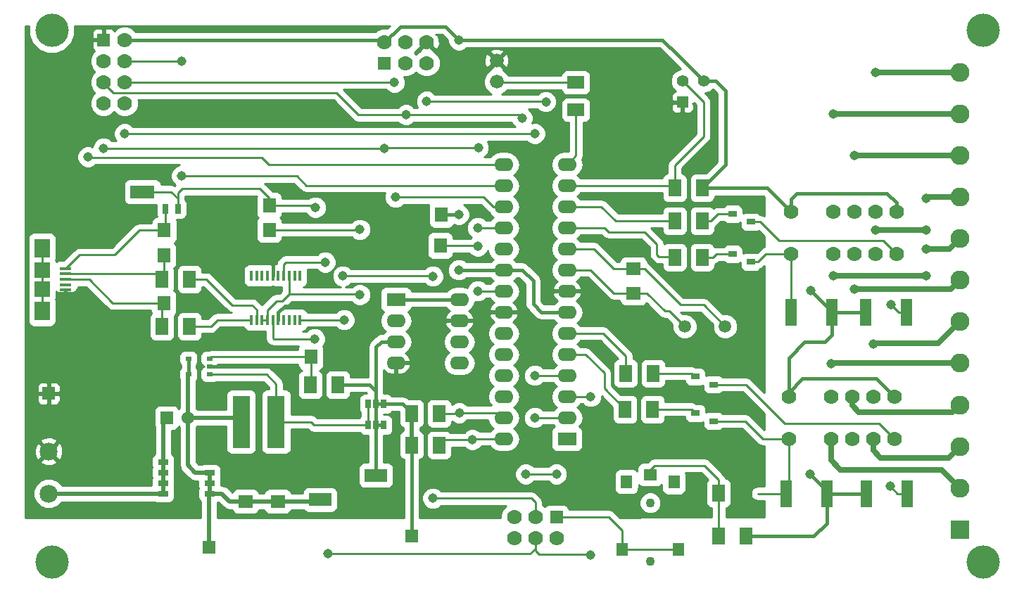
<source format=gtl>
G04 (created by PCBNEW (2013-07-07 BZR 4022)-stable) date 21/11/2014 19:41:42*
%MOIN*%
G04 Gerber Fmt 3.4, Leading zero omitted, Abs format*
%FSLAX34Y34*%
G01*
G70*
G90*
G04 APERTURE LIST*
%ADD10C,0.008*%
%ADD11R,0.106299X0.0629921*%
%ADD12C,0.0590551*%
%ADD13R,0.0551181X0.015748*%
%ADD14R,0.0728346X0.0728346*%
%ADD15R,0.0728346X0.0905512*%
%ADD16C,0.07*%
%ADD17R,0.016X0.05*%
%ADD18R,0.0276X0.0394*%
%ADD19R,0.03X0.02*%
%ADD20R,0.0394X0.0315*%
%ADD21R,0.05X0.025*%
%ADD22R,0.06X0.08*%
%ADD23R,0.08X0.06*%
%ADD24R,0.025X0.045*%
%ADD25R,0.06X0.06*%
%ADD26C,0.06*%
%ADD27C,0.09*%
%ADD28R,0.085X0.085*%
%ADD29C,0.066*%
%ADD30R,0.0551181X0.125984*%
%ADD31R,0.09X0.062*%
%ADD32O,0.09X0.062*%
%ADD33R,0.0846457X0.248031*%
%ADD34R,0.1181X0.063*%
%ADD35R,0.071X0.063*%
%ADD36R,0.063X0.071*%
%ADD37C,0.085*%
%ADD38C,0.15748*%
%ADD39C,0.0433071*%
%ADD40R,0.0551181X0.0629921*%
%ADD41R,0.0629921X0.0551181*%
%ADD42R,0.055X0.055*%
%ADD43C,0.055*%
%ADD44C,0.045*%
%ADD45C,0.015*%
%ADD46C,0.02*%
%ADD47C,0.01*%
%ADD48C,0.025*%
G04 APERTURE END LIST*
G54D10*
G54D11*
X49700Y-49790D03*
X49700Y-48609D03*
G54D12*
X68893Y-41584D03*
X66972Y-41584D03*
G54D13*
X37662Y-39350D03*
X37662Y-39605D03*
X37662Y-39861D03*
X37662Y-39094D03*
X37662Y-38838D03*
G54D14*
X36540Y-39822D03*
X36540Y-38897D03*
G54D15*
X36540Y-40846D03*
X36540Y-37873D03*
G54D16*
X72000Y-36150D03*
X74000Y-36150D03*
X75000Y-36150D03*
X76000Y-36150D03*
X77000Y-36150D03*
X77000Y-38150D03*
X76000Y-38150D03*
X75000Y-38150D03*
X74000Y-38150D03*
X72000Y-38150D03*
X71900Y-44900D03*
X73900Y-44900D03*
X74900Y-44900D03*
X75900Y-44900D03*
X76900Y-44900D03*
X76900Y-46900D03*
X75900Y-46900D03*
X74900Y-46900D03*
X73900Y-46900D03*
X71900Y-46900D03*
G54D17*
X48750Y-39170D03*
X48500Y-39170D03*
X48240Y-39170D03*
X47980Y-39170D03*
X47730Y-39170D03*
X47470Y-39170D03*
X47210Y-39170D03*
X46960Y-39170D03*
X46700Y-39170D03*
X46450Y-39170D03*
X46450Y-41270D03*
X46700Y-41270D03*
X46960Y-41270D03*
X47210Y-41270D03*
X47470Y-41270D03*
X47730Y-41270D03*
X47980Y-41270D03*
X48240Y-41270D03*
X48500Y-41270D03*
X48750Y-41270D03*
G54D18*
X52725Y-46250D03*
X52350Y-46250D03*
X51975Y-46250D03*
X51975Y-45250D03*
X52350Y-45250D03*
X52725Y-45250D03*
G54D19*
X44475Y-43850D03*
X44475Y-43100D03*
X43475Y-43850D03*
X44475Y-43475D03*
X43475Y-43100D03*
G54D20*
X70108Y-38525D03*
X69242Y-38900D03*
X69242Y-38150D03*
X70108Y-36625D03*
X69242Y-37000D03*
X69242Y-36250D03*
X68346Y-46062D03*
X67480Y-46437D03*
X67480Y-45687D03*
X68336Y-44330D03*
X67470Y-44705D03*
X67470Y-43955D03*
G54D21*
X44480Y-49510D03*
X44480Y-49010D03*
X44480Y-48510D03*
X44480Y-48010D03*
X42280Y-48010D03*
X42280Y-48510D03*
X42280Y-49010D03*
X42280Y-49510D03*
G54D22*
X64162Y-45511D03*
X65462Y-45511D03*
X54050Y-47200D03*
X55350Y-47200D03*
X54050Y-45700D03*
X55350Y-45700D03*
X67800Y-35025D03*
X66500Y-35025D03*
X43525Y-41575D03*
X42225Y-41575D03*
X66500Y-36575D03*
X67800Y-36575D03*
X66500Y-38300D03*
X67800Y-38300D03*
X43525Y-39350D03*
X42225Y-39350D03*
X64182Y-43799D03*
X65482Y-43799D03*
X49250Y-44350D03*
X50550Y-44350D03*
G54D23*
X61820Y-31320D03*
X61820Y-30020D03*
G54D24*
X42975Y-36000D03*
X42375Y-36000D03*
G54D25*
X39450Y-28000D03*
G54D16*
X40450Y-28000D03*
X39450Y-29000D03*
X40450Y-29000D03*
X39450Y-30000D03*
X40450Y-30000D03*
X39450Y-31000D03*
X40450Y-31000D03*
G54D25*
X60900Y-50600D03*
G54D16*
X60900Y-51600D03*
X59900Y-50600D03*
X59900Y-51600D03*
X58900Y-50600D03*
X58900Y-51600D03*
G54D25*
X52760Y-29110D03*
G54D16*
X52760Y-28110D03*
X53760Y-29110D03*
X53760Y-28110D03*
X54760Y-29110D03*
X54760Y-28110D03*
G54D25*
X42440Y-45900D03*
G54D26*
X43440Y-45900D03*
G54D27*
X80000Y-39390D03*
X80000Y-37422D03*
X80000Y-35453D03*
X80000Y-33485D03*
X80000Y-31516D03*
X80000Y-41359D03*
X80000Y-43327D03*
X80000Y-45296D03*
X80000Y-47264D03*
X80000Y-49233D03*
X80000Y-29548D03*
G54D28*
X80000Y-51201D03*
G54D25*
X54050Y-51500D03*
X36850Y-44750D03*
X44450Y-52050D03*
G54D29*
X58070Y-29990D03*
X58070Y-28990D03*
G54D30*
X77464Y-40900D03*
X75535Y-40900D03*
X72010Y-40925D03*
X73939Y-40925D03*
X77514Y-49500D03*
X75585Y-49500D03*
X71785Y-49500D03*
X73714Y-49500D03*
G54D31*
X53300Y-40300D03*
G54D32*
X53300Y-41300D03*
X53300Y-42300D03*
X53300Y-43300D03*
X56300Y-43300D03*
X56300Y-42300D03*
X56300Y-41300D03*
X56300Y-40300D03*
X61400Y-45900D03*
X61400Y-44900D03*
X61400Y-43900D03*
X61400Y-42900D03*
X61400Y-41900D03*
X61400Y-40900D03*
X61400Y-39900D03*
X61400Y-38900D03*
X61400Y-37900D03*
X61400Y-36900D03*
X61400Y-35900D03*
X61400Y-34900D03*
X61400Y-33900D03*
G54D31*
X61400Y-46900D03*
G54D32*
X58400Y-33900D03*
X58400Y-34900D03*
X58400Y-35900D03*
X58400Y-36900D03*
X58400Y-37900D03*
X58400Y-38900D03*
X58400Y-39900D03*
X58400Y-40900D03*
X58400Y-41900D03*
X58400Y-42900D03*
X58400Y-43900D03*
X58400Y-44900D03*
X58400Y-45900D03*
X58400Y-46900D03*
G54D33*
X45973Y-46100D03*
X47626Y-46100D03*
G54D34*
X41291Y-35200D03*
X39559Y-35200D03*
G54D35*
X64550Y-38850D03*
X64550Y-37750D03*
X64550Y-40000D03*
X64550Y-41100D03*
G54D36*
X55400Y-37750D03*
X54300Y-37750D03*
X49275Y-43025D03*
X50375Y-43025D03*
X47300Y-35850D03*
X46200Y-35850D03*
X47300Y-37000D03*
X46200Y-37000D03*
X42325Y-37025D03*
X43425Y-37025D03*
X42300Y-38225D03*
X43400Y-38225D03*
X42300Y-40475D03*
X43400Y-40475D03*
G54D35*
X47700Y-49875D03*
X47700Y-48775D03*
X46175Y-49875D03*
X46175Y-48775D03*
G54D36*
X55450Y-36275D03*
X54350Y-36275D03*
G54D37*
X36850Y-49500D03*
X36850Y-47500D03*
G54D11*
X52350Y-48634D03*
X52350Y-49815D03*
G54D38*
X37007Y-27559D03*
X81102Y-27559D03*
X81102Y-52755D03*
X37007Y-52755D03*
G54D22*
X68582Y-49478D03*
X69882Y-49478D03*
X69872Y-51525D03*
X68572Y-51525D03*
G54D39*
X65344Y-52696D03*
X65344Y-49940D03*
G54D40*
X64005Y-52145D03*
X66683Y-52145D03*
G54D41*
X65344Y-48602D03*
G54D40*
X66466Y-48956D03*
X64222Y-48937D03*
G54D42*
X66875Y-30950D03*
G54D43*
X66875Y-29950D03*
X67875Y-29950D03*
G54D44*
X56280Y-28010D03*
X72900Y-48575D03*
X72950Y-39875D03*
X56275Y-36275D03*
X56275Y-38900D03*
X60900Y-48575D03*
X59450Y-48575D03*
X39450Y-33140D03*
X52760Y-33130D03*
X57175Y-36900D03*
X57200Y-33100D03*
X53230Y-30010D03*
X53270Y-35460D03*
X38720Y-33550D03*
X43150Y-34450D03*
X43150Y-29000D03*
X59875Y-32450D03*
X59875Y-43900D03*
X40450Y-32450D03*
X73925Y-43350D03*
X75900Y-42400D03*
X75000Y-39825D03*
X75025Y-33475D03*
X78425Y-37925D03*
X78425Y-39175D03*
X74000Y-39175D03*
X74025Y-31500D03*
X78425Y-35500D03*
X78400Y-37025D03*
X76000Y-37025D03*
X76000Y-29550D03*
X53770Y-31550D03*
X59275Y-31700D03*
X56925Y-46950D03*
X56300Y-45675D03*
X55040Y-39200D03*
X50850Y-41270D03*
X50790Y-39190D03*
X55050Y-49725D03*
X59875Y-45900D03*
X49950Y-38540D03*
X50070Y-52340D03*
X62500Y-52400D03*
X62525Y-44900D03*
X54760Y-30920D03*
X60400Y-30930D03*
X51475Y-43325D03*
X76750Y-40550D03*
X51590Y-40080D03*
X51590Y-36990D03*
X57175Y-39900D03*
X57175Y-37775D03*
X76700Y-49150D03*
X49450Y-42170D03*
X49490Y-35940D03*
G54D45*
X69872Y-51525D02*
X73090Y-51525D01*
X73714Y-50901D02*
X73714Y-49500D01*
X73090Y-51525D02*
X73714Y-50901D01*
X55640Y-27370D02*
X53500Y-27370D01*
X56280Y-28010D02*
X55640Y-27370D01*
X53500Y-27370D02*
X52760Y-28110D01*
X65930Y-28010D02*
X56280Y-28010D01*
X53300Y-42300D02*
X52600Y-42300D01*
X52350Y-42550D02*
X52350Y-45250D01*
X52600Y-42300D02*
X52350Y-42550D01*
X50550Y-44350D02*
X52050Y-44350D01*
X52050Y-44350D02*
X52350Y-44650D01*
X52350Y-44650D02*
X52350Y-45250D01*
X73714Y-49389D02*
X73714Y-49500D01*
X72900Y-48575D02*
X73714Y-49389D01*
X71900Y-44900D02*
X71900Y-44700D01*
X76050Y-44050D02*
X76900Y-44900D01*
X72550Y-44050D02*
X76050Y-44050D01*
X71900Y-44700D02*
X72550Y-44050D01*
X73939Y-40925D02*
X73939Y-41985D01*
X71900Y-43075D02*
X71900Y-44900D01*
X72650Y-42325D02*
X71900Y-43075D01*
X73600Y-42325D02*
X72650Y-42325D01*
X73939Y-41985D02*
X73600Y-42325D01*
X73714Y-49500D02*
X75585Y-49500D01*
X73939Y-40925D02*
X75510Y-40925D01*
X75510Y-40925D02*
X75535Y-40900D01*
X73939Y-40864D02*
X73939Y-40925D01*
X72950Y-39875D02*
X73939Y-40864D01*
X72000Y-36150D02*
X72000Y-35550D01*
X77000Y-35725D02*
X77000Y-36150D01*
X76550Y-35275D02*
X77000Y-35725D01*
X72275Y-35275D02*
X76550Y-35275D01*
X72000Y-35550D02*
X72275Y-35275D01*
X67800Y-35025D02*
X70875Y-35025D01*
X70875Y-35025D02*
X72000Y-36150D01*
X68900Y-33925D02*
X67800Y-35025D01*
X68900Y-30400D02*
X68900Y-33925D01*
X58400Y-38900D02*
X59275Y-38900D01*
X60175Y-40900D02*
X61400Y-40900D01*
X59800Y-40525D02*
X60175Y-40900D01*
X59800Y-39425D02*
X59800Y-40525D01*
X59275Y-38900D02*
X59800Y-39425D01*
X40450Y-28000D02*
X52660Y-28010D01*
X52660Y-28010D02*
X52760Y-28110D01*
X56275Y-36275D02*
X55450Y-36275D01*
X56275Y-38900D02*
X58400Y-38900D01*
X53300Y-40300D02*
X56300Y-40300D01*
X54050Y-51500D02*
X54050Y-47200D01*
X52350Y-45250D02*
X52350Y-46250D01*
X52725Y-45250D02*
X53600Y-45250D01*
X53600Y-45250D02*
X54050Y-45700D01*
X52350Y-45250D02*
X52725Y-45250D01*
X52350Y-46250D02*
X52725Y-46250D01*
X52350Y-46250D02*
X52350Y-48634D01*
G54D46*
X54050Y-47200D02*
X54050Y-45700D01*
G54D45*
X66675Y-28750D02*
X66670Y-28750D01*
X66670Y-28750D02*
X65930Y-28010D01*
X68450Y-29950D02*
X68900Y-30400D01*
X67875Y-29950D02*
X66675Y-28750D01*
X67875Y-29950D02*
X68450Y-29950D01*
X43475Y-43100D02*
X43475Y-43850D01*
G54D46*
X43440Y-45900D02*
X43440Y-43885D01*
X43440Y-43885D02*
X43475Y-43850D01*
X43440Y-45900D02*
X45773Y-45900D01*
X45773Y-45900D02*
X45973Y-46100D01*
X47700Y-49875D02*
X49615Y-49875D01*
X49615Y-49875D02*
X49700Y-49790D01*
X46175Y-49875D02*
X47700Y-49875D01*
X44480Y-49510D02*
X45060Y-49510D01*
X45425Y-49875D02*
X46175Y-49875D01*
X45060Y-49510D02*
X45425Y-49875D01*
X44450Y-52050D02*
X44450Y-49540D01*
X44450Y-49540D02*
X44480Y-49510D01*
X43440Y-45900D02*
X43440Y-48160D01*
X43790Y-48510D02*
X44480Y-48510D01*
X43440Y-48160D02*
X43790Y-48510D01*
X44480Y-49010D02*
X44480Y-48510D01*
X44480Y-49510D02*
X44480Y-49010D01*
G54D47*
X66875Y-29950D02*
X67875Y-30950D01*
X66500Y-33950D02*
X66500Y-35025D01*
X67875Y-32575D02*
X66500Y-33950D01*
X67875Y-30950D02*
X67875Y-32575D01*
X61400Y-34900D02*
X66375Y-34900D01*
X66375Y-34900D02*
X66500Y-35025D01*
X64005Y-52145D02*
X66683Y-52145D01*
X60900Y-50600D02*
X63375Y-50600D01*
X64005Y-51230D02*
X64005Y-52145D01*
X63375Y-50600D02*
X64005Y-51230D01*
X59450Y-48575D02*
X60900Y-48575D01*
X46450Y-41270D02*
X44840Y-41270D01*
X44535Y-41575D02*
X43525Y-41575D01*
X44840Y-41270D02*
X44535Y-41575D01*
X46700Y-41270D02*
X46700Y-40790D01*
X46700Y-40790D02*
X46490Y-40580D01*
X46490Y-40580D02*
X45560Y-40580D01*
X45560Y-40580D02*
X44330Y-39350D01*
X44330Y-39350D02*
X43525Y-39350D01*
X61820Y-31320D02*
X61820Y-33480D01*
X61820Y-33480D02*
X61400Y-33900D01*
X39450Y-33140D02*
X52750Y-33140D01*
X52750Y-33140D02*
X52760Y-33130D01*
X57200Y-33100D02*
X52790Y-33100D01*
X52790Y-33100D02*
X52760Y-33130D01*
X57175Y-36900D02*
X58400Y-36900D01*
X57175Y-33125D02*
X57200Y-33100D01*
X49500Y-30000D02*
X53220Y-30000D01*
X40450Y-30000D02*
X49500Y-30000D01*
X53220Y-30000D02*
X53230Y-30010D01*
X57450Y-35450D02*
X53280Y-35450D01*
X57900Y-35900D02*
X57450Y-35450D01*
X58400Y-35900D02*
X57900Y-35900D01*
X53280Y-35450D02*
X53270Y-35460D01*
X38950Y-33575D02*
X38745Y-33575D01*
X47275Y-33900D02*
X46950Y-33575D01*
X46950Y-33575D02*
X38950Y-33575D01*
X58400Y-33900D02*
X47275Y-33900D01*
X38745Y-33575D02*
X38720Y-33550D01*
X49050Y-34900D02*
X48600Y-34450D01*
X48600Y-34450D02*
X43150Y-34450D01*
X58400Y-34900D02*
X49050Y-34900D01*
X43150Y-29000D02*
X40450Y-29000D01*
X59875Y-32450D02*
X40450Y-32450D01*
X61400Y-43900D02*
X59875Y-43900D01*
G54D48*
X74900Y-44900D02*
X74900Y-45325D01*
X79646Y-45650D02*
X80000Y-45296D01*
X75225Y-45650D02*
X79646Y-45650D01*
X74900Y-45325D02*
X75225Y-45650D01*
X73900Y-46900D02*
X73900Y-47925D01*
X79141Y-48375D02*
X80000Y-49233D01*
X74350Y-48375D02*
X79141Y-48375D01*
X73900Y-47925D02*
X74350Y-48375D01*
X73947Y-43327D02*
X80000Y-43327D01*
X73925Y-43350D02*
X73947Y-43327D01*
X75900Y-46900D02*
X75900Y-47450D01*
X79464Y-47800D02*
X80000Y-47264D01*
X76250Y-47800D02*
X79464Y-47800D01*
X75900Y-47450D02*
X76250Y-47800D01*
X78984Y-42375D02*
X80000Y-41359D01*
X75925Y-42375D02*
X78984Y-42375D01*
X75900Y-42400D02*
X75925Y-42375D01*
X79590Y-39800D02*
X80000Y-39390D01*
X75025Y-39800D02*
X79590Y-39800D01*
X75000Y-39825D02*
X75025Y-39800D01*
X75035Y-33485D02*
X80000Y-33485D01*
X75025Y-33475D02*
X75035Y-33485D01*
X79522Y-37900D02*
X80000Y-37422D01*
X78450Y-37900D02*
X79522Y-37900D01*
X78425Y-37925D02*
X78450Y-37900D01*
X74000Y-39175D02*
X78425Y-39175D01*
X74041Y-31516D02*
X80000Y-31516D01*
X74025Y-31500D02*
X74041Y-31516D01*
X78471Y-35453D02*
X80000Y-35453D01*
X78425Y-35500D02*
X78471Y-35453D01*
X76000Y-37025D02*
X78400Y-37025D01*
X76001Y-29548D02*
X80000Y-29548D01*
X76000Y-29550D02*
X76001Y-29548D01*
G54D47*
X64182Y-43799D02*
X64182Y-42972D01*
X63110Y-41900D02*
X61400Y-41900D01*
X64182Y-42972D02*
X63110Y-41900D01*
X61400Y-42900D02*
X62279Y-42900D01*
X63169Y-44518D02*
X64162Y-45511D01*
X63169Y-43789D02*
X63169Y-44518D01*
X62279Y-42900D02*
X63169Y-43789D01*
X61400Y-35900D02*
X63025Y-35900D01*
X63700Y-36575D02*
X66500Y-36575D01*
X63025Y-35900D02*
X63700Y-36575D01*
X61400Y-36900D02*
X63175Y-36900D01*
X66475Y-38275D02*
X66500Y-38300D01*
X65750Y-38275D02*
X66475Y-38275D01*
X65650Y-38175D02*
X65750Y-38275D01*
X65650Y-37675D02*
X65650Y-38175D01*
X65075Y-37100D02*
X65650Y-37675D01*
X63375Y-37100D02*
X65075Y-37100D01*
X63175Y-36900D02*
X63375Y-37100D01*
X49980Y-30500D02*
X50480Y-30500D01*
X39450Y-30050D02*
X39900Y-30500D01*
X39900Y-30500D02*
X49980Y-30500D01*
X39450Y-30000D02*
X39450Y-30050D01*
X51530Y-31550D02*
X53770Y-31550D01*
X50480Y-30500D02*
X51530Y-31550D01*
X59125Y-31550D02*
X53770Y-31550D01*
X59275Y-31700D02*
X59125Y-31550D01*
X53770Y-31550D02*
X53760Y-31540D01*
X56925Y-46950D02*
X55600Y-46950D01*
X55600Y-46950D02*
X55350Y-47200D01*
X56975Y-46900D02*
X58400Y-46900D01*
X56925Y-46950D02*
X56975Y-46900D01*
X56300Y-45675D02*
X58175Y-45675D01*
X58175Y-45675D02*
X58400Y-45900D01*
X56275Y-45700D02*
X55350Y-45700D01*
X56300Y-45675D02*
X56275Y-45700D01*
X52190Y-39190D02*
X50790Y-39190D01*
X55040Y-39200D02*
X55030Y-39190D01*
X55030Y-39190D02*
X52190Y-39190D01*
X50850Y-41270D02*
X48750Y-41270D01*
X59900Y-50650D02*
X59900Y-49925D01*
X59900Y-49925D02*
X59700Y-49725D01*
X59700Y-49725D02*
X55050Y-49725D01*
X59900Y-50600D02*
X59900Y-50650D01*
X61400Y-45900D02*
X59875Y-45900D01*
X59650Y-52350D02*
X50080Y-52350D01*
X59900Y-51600D02*
X59900Y-52100D01*
X59900Y-52100D02*
X59650Y-52350D01*
X47980Y-38640D02*
X47980Y-39170D01*
X48090Y-38530D02*
X47980Y-38640D01*
X49940Y-38530D02*
X48090Y-38530D01*
X49950Y-38540D02*
X49940Y-38530D01*
X50080Y-52350D02*
X50070Y-52340D01*
X61400Y-44900D02*
X62525Y-44900D01*
X59900Y-52200D02*
X59900Y-51600D01*
X60075Y-52375D02*
X59900Y-52200D01*
X62475Y-52375D02*
X60075Y-52375D01*
X62500Y-52400D02*
X62475Y-52375D01*
X66043Y-40856D02*
X66244Y-40856D01*
X65187Y-40000D02*
X66043Y-40856D01*
X64550Y-40000D02*
X65187Y-40000D01*
X66244Y-40856D02*
X66972Y-41584D01*
X61400Y-38900D02*
X62525Y-38900D01*
X63625Y-40000D02*
X64550Y-40000D01*
X62525Y-38900D02*
X63625Y-40000D01*
X64550Y-38850D02*
X63625Y-38850D01*
X62675Y-37900D02*
X61400Y-37900D01*
X62675Y-37900D02*
X63625Y-38850D01*
X67096Y-40561D02*
X66781Y-40561D01*
X68893Y-41584D02*
X67870Y-40561D01*
X67096Y-40561D02*
X67870Y-40561D01*
X65070Y-38850D02*
X64550Y-38850D01*
X66781Y-40561D02*
X65070Y-38850D01*
X65344Y-48602D02*
X65344Y-48375D01*
X68582Y-48848D02*
X68582Y-49478D01*
X67903Y-48169D02*
X68582Y-48848D01*
X65551Y-48169D02*
X67903Y-48169D01*
X65344Y-48375D02*
X65551Y-48169D01*
X68582Y-49478D02*
X68582Y-51515D01*
X68582Y-51515D02*
X68572Y-51525D01*
X60390Y-30920D02*
X54760Y-30920D01*
X60400Y-30930D02*
X60390Y-30920D01*
G54D45*
X47730Y-41270D02*
X47730Y-40920D01*
X48040Y-40610D02*
X48310Y-40610D01*
X47730Y-40920D02*
X48040Y-40610D01*
X47470Y-39170D02*
X47470Y-38650D01*
X37662Y-39861D02*
X37662Y-40152D01*
X37662Y-40152D02*
X37670Y-40160D01*
X51175Y-43025D02*
X50375Y-43025D01*
X51475Y-43325D02*
X51175Y-43025D01*
X44475Y-43475D02*
X44825Y-43475D01*
G54D47*
X36540Y-39822D02*
X36540Y-40846D01*
X36540Y-38897D02*
X36540Y-39822D01*
X36540Y-37873D02*
X36540Y-38897D01*
X77100Y-40900D02*
X77464Y-40900D01*
X76750Y-40550D02*
X77100Y-40900D01*
X70108Y-36625D02*
X70550Y-36625D01*
X76375Y-37525D02*
X77000Y-38150D01*
X71450Y-37525D02*
X76375Y-37525D01*
X70550Y-36625D02*
X71450Y-37525D01*
X68346Y-46062D02*
X69832Y-46062D01*
X70669Y-46900D02*
X71900Y-46900D01*
X69832Y-46062D02*
X70669Y-46900D01*
X70700Y-49500D02*
X70435Y-49500D01*
X71785Y-49500D02*
X70700Y-49500D01*
X71900Y-46900D02*
X71900Y-49385D01*
X71900Y-49385D02*
X71785Y-49500D01*
X72000Y-38150D02*
X72000Y-40914D01*
X72000Y-40914D02*
X72010Y-40925D01*
X70108Y-38525D02*
X70450Y-38525D01*
X70825Y-38150D02*
X72000Y-38150D01*
X70450Y-38525D02*
X70825Y-38150D01*
X39990Y-38180D02*
X38320Y-38180D01*
X41145Y-37025D02*
X39990Y-38180D01*
X42325Y-37025D02*
X41145Y-37025D01*
X38320Y-38180D02*
X37662Y-38838D01*
X42375Y-36000D02*
X42375Y-36975D01*
X42375Y-36975D02*
X42325Y-37025D01*
X37662Y-39350D02*
X38770Y-39350D01*
X39895Y-40475D02*
X42300Y-40475D01*
X38770Y-39350D02*
X39895Y-40475D01*
X42225Y-41575D02*
X42225Y-40550D01*
X42225Y-40550D02*
X42300Y-40475D01*
X37662Y-39094D02*
X41969Y-39094D01*
X41969Y-39094D02*
X42225Y-39350D01*
X42300Y-38225D02*
X42300Y-39275D01*
X42300Y-39275D02*
X42225Y-39350D01*
X47300Y-37000D02*
X51580Y-37000D01*
X51570Y-40060D02*
X48240Y-40060D01*
X51590Y-40080D02*
X51570Y-40060D01*
X51580Y-37000D02*
X51590Y-36990D01*
X47210Y-41270D02*
X47210Y-40800D01*
X48240Y-40060D02*
X48240Y-39170D01*
X47930Y-40370D02*
X48240Y-40060D01*
X47640Y-40370D02*
X47930Y-40370D01*
X47210Y-40800D02*
X47640Y-40370D01*
X46960Y-41270D02*
X47210Y-41270D01*
X55400Y-37750D02*
X57150Y-37750D01*
X57175Y-39900D02*
X58400Y-39900D01*
X57150Y-37750D02*
X57175Y-37775D01*
G54D46*
X42280Y-48010D02*
X42280Y-46060D01*
X42280Y-46060D02*
X42440Y-45900D01*
X42280Y-48510D02*
X42280Y-48010D01*
X42280Y-49010D02*
X42280Y-48510D01*
X42280Y-49510D02*
X42280Y-49010D01*
X36850Y-49500D02*
X42270Y-49500D01*
X42270Y-49500D02*
X42280Y-49490D01*
G54D47*
X49275Y-43025D02*
X49275Y-44325D01*
X49275Y-44325D02*
X49250Y-44350D01*
X49275Y-43025D02*
X44550Y-43025D01*
X44550Y-43025D02*
X44475Y-43100D01*
X51975Y-45250D02*
X51975Y-46250D01*
X44475Y-43850D02*
X47175Y-43850D01*
X47626Y-44301D02*
X47626Y-46100D01*
X47175Y-43850D02*
X47626Y-44301D01*
X47626Y-46100D02*
X49275Y-46100D01*
X49425Y-46250D02*
X51975Y-46250D01*
X49275Y-46100D02*
X49425Y-46250D01*
X65482Y-43799D02*
X67314Y-43799D01*
X67314Y-43799D02*
X67470Y-43955D01*
X76176Y-46176D02*
X71717Y-46176D01*
X69872Y-44330D02*
X68336Y-44330D01*
X71717Y-46176D02*
X69872Y-44330D01*
X76900Y-46900D02*
X76176Y-46176D01*
X76176Y-46176D02*
X76175Y-46175D01*
X77050Y-49500D02*
X77514Y-49500D01*
X76700Y-49150D02*
X77050Y-49500D01*
X67800Y-38300D02*
X68325Y-38300D01*
X68475Y-38150D02*
X69242Y-38150D01*
X68325Y-38300D02*
X68475Y-38150D01*
X67800Y-36575D02*
X68225Y-36575D01*
X68550Y-36250D02*
X69242Y-36250D01*
X68225Y-36575D02*
X68550Y-36250D01*
X61820Y-30020D02*
X58100Y-30020D01*
X58100Y-30020D02*
X58070Y-29990D01*
X61745Y-30095D02*
X61820Y-30020D01*
X65462Y-45511D02*
X67304Y-45511D01*
X67304Y-45511D02*
X67480Y-45687D01*
X47470Y-41270D02*
X47470Y-42140D01*
X47470Y-42140D02*
X47500Y-42170D01*
X47500Y-42170D02*
X49450Y-42170D01*
X49490Y-35940D02*
X49400Y-35850D01*
X49400Y-35850D02*
X47300Y-35850D01*
X42975Y-36000D02*
X42975Y-35250D01*
X47300Y-35500D02*
X47300Y-35850D01*
X46850Y-35050D02*
X47300Y-35500D01*
X43175Y-35050D02*
X46850Y-35050D01*
X42975Y-35250D02*
X43175Y-35050D01*
X41291Y-35200D02*
X42650Y-35200D01*
X42975Y-35525D02*
X42975Y-36000D01*
X42650Y-35200D02*
X42975Y-35525D01*
G54D10*
G36*
X58932Y-32100D02*
X40842Y-32100D01*
X40747Y-32005D01*
X40554Y-31925D01*
X40346Y-31924D01*
X40153Y-32004D01*
X40005Y-32152D01*
X39925Y-32345D01*
X39924Y-32553D01*
X40004Y-32747D01*
X40047Y-32790D01*
X39842Y-32790D01*
X39747Y-32695D01*
X39554Y-32615D01*
X39346Y-32614D01*
X39153Y-32694D01*
X39005Y-32842D01*
X38925Y-33035D01*
X38925Y-33066D01*
X38824Y-33025D01*
X38616Y-33024D01*
X38423Y-33104D01*
X38275Y-33252D01*
X38195Y-33445D01*
X38194Y-33653D01*
X38274Y-33847D01*
X38422Y-33994D01*
X38615Y-34074D01*
X38823Y-34075D01*
X39017Y-33995D01*
X39087Y-33925D01*
X43045Y-33925D01*
X42853Y-34004D01*
X42705Y-34152D01*
X42625Y-34345D01*
X42624Y-34553D01*
X42704Y-34747D01*
X42843Y-34886D01*
X42825Y-34904D01*
X42783Y-34876D01*
X42650Y-34850D01*
X42181Y-34850D01*
X42181Y-34825D01*
X42135Y-34715D01*
X42051Y-34630D01*
X41941Y-34585D01*
X41822Y-34584D01*
X40641Y-34584D01*
X40530Y-34630D01*
X40446Y-34714D01*
X40400Y-34825D01*
X40400Y-34944D01*
X40400Y-35574D01*
X40446Y-35684D01*
X40530Y-35769D01*
X40640Y-35814D01*
X40759Y-35815D01*
X41940Y-35815D01*
X41949Y-35811D01*
X41949Y-35834D01*
X41949Y-36284D01*
X41985Y-36369D01*
X41950Y-36369D01*
X41840Y-36415D01*
X41755Y-36499D01*
X41710Y-36610D01*
X41709Y-36675D01*
X41145Y-36675D01*
X41011Y-36701D01*
X40897Y-36777D01*
X39845Y-37830D01*
X38320Y-37830D01*
X38186Y-37856D01*
X38072Y-37932D01*
X37545Y-38459D01*
X37327Y-38459D01*
X37216Y-38504D01*
X37204Y-38517D01*
X37204Y-38473D01*
X37186Y-38429D01*
X37204Y-38386D01*
X37204Y-38266D01*
X37204Y-37361D01*
X37158Y-37251D01*
X37074Y-37166D01*
X36964Y-37120D01*
X36844Y-37120D01*
X36116Y-37120D01*
X36006Y-37166D01*
X35921Y-37250D01*
X35875Y-37360D01*
X35875Y-37480D01*
X35875Y-38385D01*
X35893Y-38429D01*
X35875Y-38473D01*
X35875Y-38592D01*
X35875Y-39320D01*
X35891Y-39359D01*
X35875Y-39398D01*
X35875Y-39517D01*
X35875Y-40246D01*
X35893Y-40289D01*
X35875Y-40333D01*
X35875Y-40452D01*
X35875Y-41358D01*
X35921Y-41468D01*
X36005Y-41552D01*
X36115Y-41598D01*
X36235Y-41598D01*
X36963Y-41598D01*
X37073Y-41553D01*
X37158Y-41468D01*
X37204Y-41358D01*
X37204Y-41239D01*
X37204Y-40333D01*
X37186Y-40289D01*
X37204Y-40246D01*
X37204Y-40127D01*
X37204Y-39926D01*
X37216Y-39938D01*
X37326Y-39984D01*
X37445Y-39984D01*
X37997Y-39984D01*
X38107Y-39939D01*
X38191Y-39854D01*
X38237Y-39744D01*
X38237Y-39700D01*
X38625Y-39700D01*
X39647Y-40722D01*
X39761Y-40798D01*
X39895Y-40825D01*
X41684Y-40825D01*
X41684Y-40889D01*
X41714Y-40961D01*
X41670Y-41004D01*
X41625Y-41115D01*
X41624Y-41234D01*
X41624Y-42034D01*
X41670Y-42144D01*
X41754Y-42229D01*
X41865Y-42274D01*
X41984Y-42275D01*
X42584Y-42275D01*
X42694Y-42229D01*
X42779Y-42145D01*
X42824Y-42034D01*
X42825Y-41915D01*
X42825Y-41115D01*
X42804Y-41065D01*
X42869Y-41000D01*
X42914Y-40889D01*
X42915Y-40770D01*
X42915Y-40060D01*
X42869Y-39950D01*
X42796Y-39877D01*
X42824Y-39809D01*
X42825Y-39690D01*
X42825Y-38890D01*
X42796Y-38822D01*
X42869Y-38750D01*
X42914Y-38639D01*
X42915Y-38520D01*
X42915Y-37810D01*
X42869Y-37700D01*
X42805Y-37636D01*
X42809Y-37634D01*
X42894Y-37550D01*
X42939Y-37439D01*
X42940Y-37320D01*
X42940Y-36610D01*
X42904Y-36525D01*
X42909Y-36525D01*
X43159Y-36525D01*
X43269Y-36479D01*
X43354Y-36395D01*
X43399Y-36284D01*
X43400Y-36165D01*
X43400Y-35715D01*
X43354Y-35605D01*
X43325Y-35575D01*
X43325Y-35525D01*
X43325Y-35400D01*
X46699Y-35400D01*
X46685Y-35435D01*
X46684Y-35554D01*
X46684Y-36264D01*
X46730Y-36374D01*
X46780Y-36425D01*
X46730Y-36474D01*
X46685Y-36585D01*
X46684Y-36704D01*
X46684Y-37414D01*
X46730Y-37524D01*
X46814Y-37609D01*
X46925Y-37654D01*
X47044Y-37655D01*
X47674Y-37655D01*
X47784Y-37609D01*
X47869Y-37525D01*
X47914Y-37414D01*
X47915Y-37350D01*
X51207Y-37350D01*
X51292Y-37434D01*
X51485Y-37514D01*
X51693Y-37515D01*
X51887Y-37435D01*
X52034Y-37287D01*
X52114Y-37094D01*
X52115Y-36886D01*
X52035Y-36693D01*
X51887Y-36545D01*
X51694Y-36465D01*
X51486Y-36464D01*
X51293Y-36544D01*
X51187Y-36650D01*
X47915Y-36650D01*
X47915Y-36585D01*
X47869Y-36475D01*
X47819Y-36424D01*
X47869Y-36375D01*
X47914Y-36264D01*
X47915Y-36200D01*
X49029Y-36200D01*
X49044Y-36237D01*
X49192Y-36384D01*
X49385Y-36464D01*
X49593Y-36465D01*
X49787Y-36385D01*
X49934Y-36237D01*
X50014Y-36044D01*
X50015Y-35836D01*
X49935Y-35643D01*
X49787Y-35495D01*
X49594Y-35415D01*
X49386Y-35414D01*
X49193Y-35494D01*
X49187Y-35500D01*
X47915Y-35500D01*
X47915Y-35435D01*
X47869Y-35325D01*
X47785Y-35240D01*
X47674Y-35195D01*
X47555Y-35194D01*
X47489Y-35194D01*
X47097Y-34802D01*
X47093Y-34800D01*
X48455Y-34800D01*
X48802Y-35147D01*
X48916Y-35223D01*
X48916Y-35223D01*
X49050Y-35250D01*
X52788Y-35250D01*
X52745Y-35355D01*
X52744Y-35563D01*
X52824Y-35757D01*
X52972Y-35904D01*
X53165Y-35984D01*
X53373Y-35985D01*
X53567Y-35905D01*
X53672Y-35800D01*
X54859Y-35800D01*
X54835Y-35860D01*
X54834Y-35979D01*
X54834Y-36689D01*
X54880Y-36799D01*
X54964Y-36884D01*
X55075Y-36929D01*
X55194Y-36930D01*
X55824Y-36930D01*
X55934Y-36884D01*
X56019Y-36800D01*
X56041Y-36746D01*
X56170Y-36799D01*
X56378Y-36800D01*
X56572Y-36720D01*
X56719Y-36572D01*
X56799Y-36379D01*
X56800Y-36171D01*
X56720Y-35978D01*
X56572Y-35830D01*
X56500Y-35800D01*
X57305Y-35800D01*
X57652Y-36147D01*
X57722Y-36194D01*
X57722Y-36194D01*
X57813Y-36331D01*
X57916Y-36400D01*
X57813Y-36468D01*
X57759Y-36550D01*
X57567Y-36550D01*
X57472Y-36455D01*
X57279Y-36375D01*
X57071Y-36374D01*
X56878Y-36454D01*
X56730Y-36602D01*
X56650Y-36795D01*
X56649Y-37003D01*
X56729Y-37197D01*
X56870Y-37337D01*
X56807Y-37400D01*
X56015Y-37400D01*
X56015Y-37335D01*
X55969Y-37225D01*
X55885Y-37140D01*
X55774Y-37095D01*
X55655Y-37094D01*
X55025Y-37094D01*
X54915Y-37140D01*
X54830Y-37224D01*
X54785Y-37335D01*
X54784Y-37454D01*
X54784Y-38164D01*
X54830Y-38274D01*
X54914Y-38359D01*
X55025Y-38404D01*
X55144Y-38405D01*
X55774Y-38405D01*
X55884Y-38359D01*
X55969Y-38275D01*
X56014Y-38164D01*
X56015Y-38100D01*
X56757Y-38100D01*
X56877Y-38219D01*
X57070Y-38299D01*
X57278Y-38300D01*
X57472Y-38220D01*
X57619Y-38072D01*
X57653Y-37991D01*
X57681Y-38133D01*
X57813Y-38331D01*
X57916Y-38400D01*
X57813Y-38468D01*
X57776Y-38525D01*
X56642Y-38525D01*
X56572Y-38455D01*
X56379Y-38375D01*
X56171Y-38374D01*
X55978Y-38454D01*
X55830Y-38602D01*
X55750Y-38795D01*
X55749Y-39003D01*
X55829Y-39197D01*
X55977Y-39344D01*
X56170Y-39424D01*
X56378Y-39425D01*
X56572Y-39345D01*
X56642Y-39275D01*
X57776Y-39275D01*
X57813Y-39331D01*
X57916Y-39400D01*
X57813Y-39468D01*
X57759Y-39550D01*
X57567Y-39550D01*
X57472Y-39455D01*
X57279Y-39375D01*
X57071Y-39374D01*
X56878Y-39454D01*
X56730Y-39602D01*
X56675Y-39733D01*
X56454Y-39690D01*
X56145Y-39690D01*
X55911Y-39736D01*
X55713Y-39868D01*
X55676Y-39925D01*
X54047Y-39925D01*
X54004Y-39820D01*
X53920Y-39735D01*
X53809Y-39690D01*
X53690Y-39689D01*
X52790Y-39689D01*
X52680Y-39735D01*
X52595Y-39819D01*
X52550Y-39930D01*
X52549Y-40049D01*
X52549Y-40669D01*
X52595Y-40779D01*
X52679Y-40864D01*
X52708Y-40876D01*
X52581Y-41066D01*
X52535Y-41300D01*
X52581Y-41533D01*
X52713Y-41731D01*
X52816Y-41800D01*
X52713Y-41868D01*
X52676Y-41925D01*
X52600Y-41925D01*
X52456Y-41953D01*
X52334Y-42034D01*
X52084Y-42284D01*
X52003Y-42406D01*
X51975Y-42550D01*
X51975Y-43975D01*
X51150Y-43975D01*
X51150Y-43890D01*
X51104Y-43780D01*
X51020Y-43695D01*
X50909Y-43650D01*
X50790Y-43649D01*
X50190Y-43649D01*
X50080Y-43695D01*
X49995Y-43779D01*
X49950Y-43890D01*
X49949Y-44009D01*
X49949Y-44809D01*
X49995Y-44919D01*
X50079Y-45004D01*
X50190Y-45049D01*
X50309Y-45050D01*
X50909Y-45050D01*
X51019Y-45004D01*
X51104Y-44920D01*
X51149Y-44809D01*
X51150Y-44725D01*
X51894Y-44725D01*
X51922Y-44752D01*
X51777Y-44752D01*
X51667Y-44798D01*
X51582Y-44882D01*
X51537Y-44993D01*
X51536Y-45112D01*
X51536Y-45506D01*
X51582Y-45616D01*
X51625Y-45659D01*
X51625Y-45840D01*
X51582Y-45882D01*
X51575Y-45900D01*
X49569Y-45900D01*
X49522Y-45852D01*
X49408Y-45776D01*
X49275Y-45750D01*
X48350Y-45750D01*
X48350Y-44800D01*
X48304Y-44690D01*
X48220Y-44605D01*
X48109Y-44559D01*
X47990Y-44559D01*
X47976Y-44559D01*
X47976Y-44301D01*
X47950Y-44167D01*
X47950Y-44167D01*
X47874Y-44054D01*
X47422Y-43602D01*
X47308Y-43526D01*
X47175Y-43500D01*
X44799Y-43500D01*
X44795Y-43495D01*
X44745Y-43475D01*
X44794Y-43454D01*
X44874Y-43375D01*
X48659Y-43375D01*
X48659Y-43439D01*
X48705Y-43549D01*
X48789Y-43634D01*
X48859Y-43662D01*
X48780Y-43695D01*
X48695Y-43779D01*
X48650Y-43890D01*
X48649Y-44009D01*
X48649Y-44809D01*
X48695Y-44919D01*
X48779Y-45004D01*
X48890Y-45049D01*
X49009Y-45050D01*
X49609Y-45050D01*
X49719Y-45004D01*
X49804Y-44920D01*
X49849Y-44809D01*
X49850Y-44690D01*
X49850Y-43890D01*
X49804Y-43780D01*
X49720Y-43695D01*
X49665Y-43673D01*
X49759Y-43634D01*
X49844Y-43550D01*
X49889Y-43439D01*
X49890Y-43320D01*
X49890Y-42610D01*
X49849Y-42512D01*
X49894Y-42467D01*
X49974Y-42274D01*
X49975Y-42066D01*
X49895Y-41873D01*
X49747Y-41725D01*
X49554Y-41645D01*
X49346Y-41644D01*
X49153Y-41724D01*
X49057Y-41820D01*
X48889Y-41820D01*
X48999Y-41774D01*
X49084Y-41690D01*
X49113Y-41620D01*
X50457Y-41620D01*
X50552Y-41714D01*
X50745Y-41794D01*
X50953Y-41795D01*
X51147Y-41715D01*
X51294Y-41567D01*
X51374Y-41374D01*
X51375Y-41166D01*
X51295Y-40973D01*
X51147Y-40825D01*
X50954Y-40745D01*
X50746Y-40744D01*
X50553Y-40824D01*
X50457Y-40920D01*
X49113Y-40920D01*
X49084Y-40850D01*
X49000Y-40765D01*
X48889Y-40720D01*
X48770Y-40719D01*
X48610Y-40719D01*
X48610Y-40720D01*
X48520Y-40719D01*
X48360Y-40719D01*
X48360Y-40720D01*
X48260Y-40719D01*
X48100Y-40719D01*
X48100Y-40720D01*
X48000Y-40719D01*
X47930Y-40719D01*
X48063Y-40693D01*
X48063Y-40693D01*
X48177Y-40617D01*
X48384Y-40410D01*
X51177Y-40410D01*
X51292Y-40524D01*
X51485Y-40604D01*
X51693Y-40605D01*
X51887Y-40525D01*
X52034Y-40377D01*
X52114Y-40184D01*
X52115Y-39976D01*
X52035Y-39783D01*
X51887Y-39635D01*
X51694Y-39555D01*
X51486Y-39554D01*
X51293Y-39634D01*
X51217Y-39710D01*
X50906Y-39710D01*
X51087Y-39635D01*
X51182Y-39540D01*
X52190Y-39540D01*
X54637Y-39540D01*
X54742Y-39644D01*
X54935Y-39724D01*
X55143Y-39725D01*
X55337Y-39645D01*
X55484Y-39497D01*
X55564Y-39304D01*
X55565Y-39096D01*
X55485Y-38903D01*
X55337Y-38755D01*
X55144Y-38675D01*
X54936Y-38674D01*
X54743Y-38754D01*
X54657Y-38840D01*
X52190Y-38840D01*
X51182Y-38840D01*
X51087Y-38745D01*
X50894Y-38665D01*
X50686Y-38664D01*
X50493Y-38744D01*
X50345Y-38892D01*
X50265Y-39085D01*
X50264Y-39293D01*
X50344Y-39487D01*
X50492Y-39634D01*
X50673Y-39710D01*
X48913Y-39710D01*
X48999Y-39674D01*
X49084Y-39590D01*
X49129Y-39479D01*
X49130Y-39360D01*
X49130Y-38880D01*
X49547Y-38880D01*
X49652Y-38984D01*
X49845Y-39064D01*
X50053Y-39065D01*
X50247Y-38985D01*
X50394Y-38837D01*
X50474Y-38644D01*
X50475Y-38436D01*
X50395Y-38243D01*
X50247Y-38095D01*
X50054Y-38015D01*
X49846Y-38014D01*
X49653Y-38094D01*
X49567Y-38180D01*
X48090Y-38180D01*
X47956Y-38206D01*
X47842Y-38282D01*
X47732Y-38392D01*
X47656Y-38506D01*
X47633Y-38619D01*
X47590Y-38619D01*
X47480Y-38665D01*
X47470Y-38675D01*
X47460Y-38665D01*
X47349Y-38620D01*
X47230Y-38619D01*
X47070Y-38619D01*
X47070Y-38620D01*
X46980Y-38619D01*
X46820Y-38619D01*
X46820Y-38620D01*
X46720Y-38619D01*
X46560Y-38619D01*
X46560Y-38620D01*
X46470Y-38619D01*
X46310Y-38619D01*
X46200Y-38665D01*
X46115Y-38749D01*
X46070Y-38860D01*
X46069Y-38979D01*
X46069Y-39479D01*
X46115Y-39589D01*
X46199Y-39674D01*
X46310Y-39719D01*
X46429Y-39720D01*
X46589Y-39720D01*
X46589Y-39719D01*
X46679Y-39720D01*
X46839Y-39720D01*
X46839Y-39719D01*
X46939Y-39720D01*
X47099Y-39720D01*
X47099Y-39719D01*
X47189Y-39720D01*
X47349Y-39720D01*
X47459Y-39674D01*
X47469Y-39664D01*
X47479Y-39674D01*
X47590Y-39719D01*
X47709Y-39720D01*
X47869Y-39720D01*
X47869Y-39719D01*
X47890Y-39719D01*
X47890Y-39915D01*
X47785Y-40020D01*
X47640Y-40020D01*
X47506Y-40046D01*
X47392Y-40122D01*
X46962Y-40552D01*
X46958Y-40558D01*
X46947Y-40542D01*
X46737Y-40332D01*
X46623Y-40256D01*
X46490Y-40230D01*
X45704Y-40230D01*
X44577Y-39102D01*
X44463Y-39026D01*
X44330Y-39000D01*
X44125Y-39000D01*
X44125Y-38890D01*
X44079Y-38780D01*
X43995Y-38695D01*
X43884Y-38650D01*
X43765Y-38649D01*
X43165Y-38649D01*
X43055Y-38695D01*
X42970Y-38779D01*
X42925Y-38890D01*
X42924Y-39009D01*
X42924Y-39809D01*
X42970Y-39919D01*
X43054Y-40004D01*
X43165Y-40049D01*
X43284Y-40050D01*
X43884Y-40050D01*
X43994Y-40004D01*
X44079Y-39920D01*
X44124Y-39809D01*
X44125Y-39700D01*
X44185Y-39700D01*
X45312Y-40827D01*
X45426Y-40903D01*
X45426Y-40903D01*
X45509Y-40920D01*
X44840Y-40920D01*
X44706Y-40946D01*
X44592Y-41022D01*
X44390Y-41225D01*
X44125Y-41225D01*
X44125Y-41115D01*
X44079Y-41005D01*
X43995Y-40920D01*
X43884Y-40875D01*
X43765Y-40874D01*
X43165Y-40874D01*
X43055Y-40920D01*
X42970Y-41004D01*
X42925Y-41115D01*
X42924Y-41234D01*
X42924Y-42034D01*
X42970Y-42144D01*
X43054Y-42229D01*
X43165Y-42274D01*
X43284Y-42275D01*
X43884Y-42275D01*
X43994Y-42229D01*
X44079Y-42145D01*
X44124Y-42034D01*
X44125Y-41925D01*
X44535Y-41925D01*
X44668Y-41898D01*
X44668Y-41898D01*
X44782Y-41822D01*
X44984Y-41620D01*
X46086Y-41620D01*
X46115Y-41689D01*
X46199Y-41774D01*
X46310Y-41819D01*
X46429Y-41820D01*
X46589Y-41820D01*
X46589Y-41819D01*
X46679Y-41820D01*
X46839Y-41820D01*
X46839Y-41819D01*
X46939Y-41820D01*
X47099Y-41820D01*
X47099Y-41819D01*
X47120Y-41819D01*
X47120Y-42140D01*
X47146Y-42273D01*
X47222Y-42387D01*
X47252Y-42417D01*
X47366Y-42493D01*
X47366Y-42493D01*
X47500Y-42520D01*
X48697Y-42520D01*
X48660Y-42610D01*
X48659Y-42675D01*
X44550Y-42675D01*
X44424Y-42699D01*
X44265Y-42699D01*
X44155Y-42745D01*
X44070Y-42829D01*
X44025Y-42940D01*
X44024Y-43059D01*
X44024Y-43259D01*
X44070Y-43369D01*
X44154Y-43454D01*
X44204Y-43474D01*
X44155Y-43495D01*
X44070Y-43579D01*
X44025Y-43690D01*
X44024Y-43809D01*
X44024Y-44009D01*
X44070Y-44119D01*
X44154Y-44204D01*
X44265Y-44249D01*
X44384Y-44250D01*
X44684Y-44250D01*
X44794Y-44204D01*
X44799Y-44200D01*
X47030Y-44200D01*
X47276Y-44446D01*
X47276Y-44559D01*
X47144Y-44559D01*
X47033Y-44605D01*
X46949Y-44689D01*
X46903Y-44799D01*
X46903Y-44919D01*
X46903Y-47399D01*
X46949Y-47509D01*
X47033Y-47594D01*
X47143Y-47640D01*
X47262Y-47640D01*
X48109Y-47640D01*
X48219Y-47594D01*
X48304Y-47510D01*
X48349Y-47400D01*
X48350Y-47280D01*
X48350Y-46450D01*
X49130Y-46450D01*
X49177Y-46497D01*
X49291Y-46573D01*
X49425Y-46600D01*
X51575Y-46600D01*
X51582Y-46616D01*
X51666Y-46701D01*
X51777Y-46746D01*
X51896Y-46747D01*
X51975Y-46747D01*
X51975Y-48019D01*
X51759Y-48019D01*
X51648Y-48065D01*
X51564Y-48149D01*
X51518Y-48259D01*
X51518Y-48378D01*
X51518Y-49008D01*
X51564Y-49119D01*
X51648Y-49203D01*
X51758Y-49249D01*
X51877Y-49249D01*
X52940Y-49249D01*
X53051Y-49203D01*
X53135Y-49119D01*
X53181Y-49009D01*
X53181Y-48889D01*
X53181Y-48260D01*
X53135Y-48149D01*
X53051Y-48065D01*
X52941Y-48019D01*
X52822Y-48019D01*
X52725Y-48019D01*
X52725Y-46747D01*
X52922Y-46747D01*
X53032Y-46701D01*
X53117Y-46617D01*
X53162Y-46506D01*
X53163Y-46387D01*
X53163Y-45993D01*
X53117Y-45883D01*
X53033Y-45798D01*
X52922Y-45753D01*
X52803Y-45752D01*
X52725Y-45752D01*
X52725Y-45747D01*
X52922Y-45747D01*
X53032Y-45701D01*
X53109Y-45625D01*
X53444Y-45625D01*
X53449Y-45630D01*
X53449Y-46159D01*
X53495Y-46269D01*
X53579Y-46354D01*
X53650Y-46383D01*
X53650Y-46516D01*
X53580Y-46545D01*
X53495Y-46629D01*
X53450Y-46740D01*
X53449Y-46859D01*
X53449Y-47659D01*
X53495Y-47769D01*
X53579Y-47854D01*
X53675Y-47893D01*
X53675Y-50637D01*
X44850Y-50643D01*
X44850Y-49910D01*
X44850Y-49910D01*
X44894Y-49910D01*
X45142Y-50157D01*
X45142Y-50157D01*
X45228Y-50215D01*
X45271Y-50244D01*
X45271Y-50244D01*
X45425Y-50275D01*
X45530Y-50275D01*
X45565Y-50359D01*
X45649Y-50444D01*
X45760Y-50489D01*
X45879Y-50490D01*
X46589Y-50490D01*
X46699Y-50444D01*
X46784Y-50360D01*
X46819Y-50275D01*
X47055Y-50275D01*
X47090Y-50359D01*
X47174Y-50444D01*
X47285Y-50489D01*
X47404Y-50490D01*
X48114Y-50490D01*
X48224Y-50444D01*
X48309Y-50360D01*
X48344Y-50275D01*
X48913Y-50275D01*
X48914Y-50275D01*
X48998Y-50359D01*
X49108Y-50405D01*
X49227Y-50405D01*
X50290Y-50405D01*
X50401Y-50359D01*
X50485Y-50275D01*
X50531Y-50165D01*
X50531Y-50046D01*
X50531Y-49416D01*
X50485Y-49305D01*
X50401Y-49221D01*
X50291Y-49175D01*
X50172Y-49175D01*
X49109Y-49175D01*
X48998Y-49221D01*
X48914Y-49305D01*
X48868Y-49415D01*
X48868Y-49475D01*
X48344Y-49475D01*
X48309Y-49390D01*
X48225Y-49305D01*
X48114Y-49260D01*
X47995Y-49259D01*
X47285Y-49259D01*
X47175Y-49305D01*
X47090Y-49389D01*
X47055Y-49475D01*
X46819Y-49475D01*
X46784Y-49390D01*
X46700Y-49305D01*
X46589Y-49260D01*
X46470Y-49259D01*
X45760Y-49259D01*
X45650Y-49305D01*
X45565Y-49389D01*
X45548Y-49432D01*
X45342Y-49227D01*
X45213Y-49140D01*
X45187Y-49135D01*
X45060Y-49110D01*
X45030Y-49110D01*
X45030Y-49075D01*
X45030Y-48825D01*
X45002Y-48759D01*
X45029Y-48694D01*
X45030Y-48575D01*
X45030Y-48325D01*
X44984Y-48215D01*
X44900Y-48130D01*
X44789Y-48085D01*
X44670Y-48084D01*
X44170Y-48084D01*
X44109Y-48110D01*
X43955Y-48110D01*
X43840Y-47994D01*
X43840Y-46348D01*
X43888Y-46300D01*
X45249Y-46300D01*
X45249Y-47399D01*
X45295Y-47509D01*
X45379Y-47594D01*
X45490Y-47640D01*
X45609Y-47640D01*
X46455Y-47640D01*
X46566Y-47594D01*
X46650Y-47510D01*
X46696Y-47400D01*
X46696Y-47280D01*
X46696Y-44800D01*
X46650Y-44690D01*
X46566Y-44605D01*
X46456Y-44559D01*
X46337Y-44559D01*
X45490Y-44559D01*
X45380Y-44605D01*
X45295Y-44689D01*
X45250Y-44799D01*
X45249Y-44919D01*
X45249Y-45500D01*
X43888Y-45500D01*
X43840Y-45451D01*
X43840Y-44159D01*
X43879Y-44120D01*
X43924Y-44009D01*
X43925Y-43890D01*
X43925Y-43690D01*
X43879Y-43580D01*
X43850Y-43550D01*
X43850Y-43399D01*
X43879Y-43370D01*
X43924Y-43259D01*
X43925Y-43140D01*
X43925Y-42940D01*
X43879Y-42830D01*
X43795Y-42745D01*
X43684Y-42700D01*
X43565Y-42699D01*
X43265Y-42699D01*
X43155Y-42745D01*
X43070Y-42829D01*
X43025Y-42940D01*
X43024Y-43059D01*
X43024Y-43259D01*
X43070Y-43369D01*
X43100Y-43399D01*
X43100Y-43550D01*
X43070Y-43579D01*
X43025Y-43690D01*
X43024Y-43809D01*
X43024Y-44009D01*
X43040Y-44045D01*
X43040Y-45451D01*
X43013Y-45477D01*
X42994Y-45430D01*
X42910Y-45345D01*
X42799Y-45300D01*
X42680Y-45299D01*
X42080Y-45299D01*
X41970Y-45345D01*
X41885Y-45429D01*
X41840Y-45540D01*
X41839Y-45659D01*
X41839Y-46259D01*
X41880Y-46356D01*
X41880Y-47622D01*
X41860Y-47630D01*
X41775Y-47714D01*
X41730Y-47825D01*
X41729Y-47944D01*
X41729Y-48194D01*
X41757Y-48260D01*
X41730Y-48325D01*
X41729Y-48444D01*
X41729Y-48694D01*
X41757Y-48760D01*
X41730Y-48825D01*
X41729Y-48944D01*
X41729Y-49100D01*
X37529Y-49100D01*
X37529Y-47611D01*
X37520Y-47343D01*
X37434Y-47136D01*
X37400Y-47123D01*
X37400Y-45000D01*
X37400Y-44499D01*
X37399Y-44400D01*
X37361Y-44308D01*
X37291Y-44237D01*
X37199Y-44199D01*
X36962Y-44200D01*
X36900Y-44262D01*
X36900Y-44700D01*
X37337Y-44700D01*
X37400Y-44637D01*
X37400Y-44499D01*
X37400Y-45000D01*
X37400Y-44862D01*
X37337Y-44800D01*
X36900Y-44800D01*
X36900Y-45237D01*
X36962Y-45300D01*
X37199Y-45300D01*
X37291Y-45262D01*
X37361Y-45191D01*
X37399Y-45099D01*
X37400Y-45000D01*
X37400Y-47123D01*
X37326Y-47094D01*
X37255Y-47165D01*
X37255Y-47023D01*
X37213Y-46915D01*
X36961Y-46820D01*
X36800Y-46826D01*
X36800Y-45237D01*
X36800Y-44800D01*
X36800Y-44700D01*
X36800Y-44262D01*
X36737Y-44200D01*
X36500Y-44199D01*
X36408Y-44237D01*
X36338Y-44308D01*
X36300Y-44400D01*
X36299Y-44499D01*
X36300Y-44637D01*
X36362Y-44700D01*
X36800Y-44700D01*
X36800Y-44800D01*
X36362Y-44800D01*
X36300Y-44862D01*
X36299Y-45000D01*
X36300Y-45099D01*
X36338Y-45191D01*
X36408Y-45262D01*
X36500Y-45300D01*
X36737Y-45300D01*
X36800Y-45237D01*
X36800Y-46826D01*
X36693Y-46829D01*
X36486Y-46915D01*
X36444Y-47023D01*
X36850Y-47429D01*
X37255Y-47023D01*
X37255Y-47165D01*
X36920Y-47500D01*
X37326Y-47905D01*
X37434Y-47863D01*
X37529Y-47611D01*
X37529Y-49100D01*
X37469Y-49100D01*
X37464Y-49089D01*
X37261Y-48885D01*
X37255Y-48883D01*
X37255Y-47976D01*
X36850Y-47570D01*
X36779Y-47641D01*
X36779Y-47500D01*
X36373Y-47094D01*
X36265Y-47136D01*
X36170Y-47388D01*
X36179Y-47656D01*
X36265Y-47863D01*
X36373Y-47905D01*
X36779Y-47500D01*
X36779Y-47641D01*
X36444Y-47976D01*
X36486Y-48084D01*
X36738Y-48179D01*
X37006Y-48170D01*
X37213Y-48084D01*
X37255Y-47976D01*
X37255Y-48883D01*
X36994Y-48775D01*
X36706Y-48774D01*
X36439Y-48885D01*
X36235Y-49088D01*
X36125Y-49355D01*
X36124Y-49643D01*
X36235Y-49910D01*
X36438Y-50114D01*
X36705Y-50224D01*
X36993Y-50225D01*
X37260Y-50114D01*
X37464Y-49911D01*
X37468Y-49900D01*
X41885Y-49900D01*
X41970Y-49934D01*
X42089Y-49935D01*
X42589Y-49935D01*
X42699Y-49889D01*
X42784Y-49805D01*
X42829Y-49694D01*
X42830Y-49575D01*
X42830Y-49325D01*
X42802Y-49259D01*
X42829Y-49194D01*
X42830Y-49075D01*
X42830Y-48825D01*
X42802Y-48759D01*
X42829Y-48694D01*
X42830Y-48575D01*
X42830Y-48325D01*
X42802Y-48259D01*
X42829Y-48194D01*
X42830Y-48075D01*
X42830Y-47825D01*
X42784Y-47715D01*
X42700Y-47630D01*
X42680Y-47622D01*
X42680Y-46500D01*
X42799Y-46500D01*
X42909Y-46454D01*
X42994Y-46370D01*
X43013Y-46322D01*
X43040Y-46348D01*
X43040Y-48160D01*
X43065Y-48287D01*
X43070Y-48313D01*
X43157Y-48442D01*
X43507Y-48792D01*
X43507Y-48792D01*
X43636Y-48879D01*
X43636Y-48879D01*
X43789Y-48909D01*
X43790Y-48910D01*
X43929Y-48910D01*
X43929Y-48944D01*
X43929Y-49194D01*
X43957Y-49260D01*
X43930Y-49325D01*
X43929Y-49444D01*
X43929Y-49694D01*
X43975Y-49804D01*
X44050Y-49879D01*
X44050Y-50643D01*
X35752Y-50649D01*
X35752Y-27349D01*
X35920Y-27349D01*
X35920Y-27774D01*
X36085Y-28174D01*
X36391Y-28480D01*
X36790Y-28646D01*
X37223Y-28646D01*
X37623Y-28481D01*
X37929Y-28175D01*
X38095Y-27776D01*
X38095Y-27348D01*
X53002Y-27337D01*
X52879Y-27460D01*
X52631Y-27459D01*
X52392Y-27558D01*
X52325Y-27625D01*
X40994Y-27625D01*
X40818Y-27449D01*
X40579Y-27350D01*
X40321Y-27349D01*
X40082Y-27448D01*
X39965Y-27565D01*
X39962Y-27558D01*
X39891Y-27488D01*
X39799Y-27450D01*
X39700Y-27449D01*
X39562Y-27450D01*
X39500Y-27512D01*
X39500Y-27950D01*
X39507Y-27950D01*
X39507Y-28050D01*
X39500Y-28050D01*
X39500Y-28057D01*
X39400Y-28057D01*
X39400Y-28050D01*
X39400Y-27950D01*
X39400Y-27512D01*
X39337Y-27450D01*
X39199Y-27449D01*
X39100Y-27450D01*
X39008Y-27488D01*
X38937Y-27558D01*
X38899Y-27650D01*
X38900Y-27887D01*
X38962Y-27950D01*
X39400Y-27950D01*
X39400Y-28050D01*
X38962Y-28050D01*
X38900Y-28112D01*
X38899Y-28349D01*
X38937Y-28441D01*
X39008Y-28511D01*
X39015Y-28514D01*
X38899Y-28631D01*
X38800Y-28870D01*
X38799Y-29128D01*
X38898Y-29367D01*
X39030Y-29500D01*
X38899Y-29631D01*
X38800Y-29870D01*
X38799Y-30128D01*
X38898Y-30367D01*
X39030Y-30500D01*
X38899Y-30631D01*
X38800Y-30870D01*
X38799Y-31128D01*
X38898Y-31367D01*
X39081Y-31550D01*
X39320Y-31649D01*
X39578Y-31650D01*
X39817Y-31551D01*
X39950Y-31419D01*
X40081Y-31550D01*
X40320Y-31649D01*
X40578Y-31650D01*
X40817Y-31551D01*
X41000Y-31368D01*
X41099Y-31129D01*
X41100Y-30871D01*
X41091Y-30850D01*
X49980Y-30850D01*
X50335Y-30850D01*
X51282Y-31797D01*
X51396Y-31873D01*
X51530Y-31900D01*
X53377Y-31900D01*
X53472Y-31994D01*
X53665Y-32074D01*
X53873Y-32075D01*
X54067Y-31995D01*
X54162Y-31900D01*
X58789Y-31900D01*
X58829Y-31997D01*
X58932Y-32100D01*
X58932Y-32100D01*
G37*
G54D47*
X58932Y-32100D02*
X40842Y-32100D01*
X40747Y-32005D01*
X40554Y-31925D01*
X40346Y-31924D01*
X40153Y-32004D01*
X40005Y-32152D01*
X39925Y-32345D01*
X39924Y-32553D01*
X40004Y-32747D01*
X40047Y-32790D01*
X39842Y-32790D01*
X39747Y-32695D01*
X39554Y-32615D01*
X39346Y-32614D01*
X39153Y-32694D01*
X39005Y-32842D01*
X38925Y-33035D01*
X38925Y-33066D01*
X38824Y-33025D01*
X38616Y-33024D01*
X38423Y-33104D01*
X38275Y-33252D01*
X38195Y-33445D01*
X38194Y-33653D01*
X38274Y-33847D01*
X38422Y-33994D01*
X38615Y-34074D01*
X38823Y-34075D01*
X39017Y-33995D01*
X39087Y-33925D01*
X43045Y-33925D01*
X42853Y-34004D01*
X42705Y-34152D01*
X42625Y-34345D01*
X42624Y-34553D01*
X42704Y-34747D01*
X42843Y-34886D01*
X42825Y-34904D01*
X42783Y-34876D01*
X42650Y-34850D01*
X42181Y-34850D01*
X42181Y-34825D01*
X42135Y-34715D01*
X42051Y-34630D01*
X41941Y-34585D01*
X41822Y-34584D01*
X40641Y-34584D01*
X40530Y-34630D01*
X40446Y-34714D01*
X40400Y-34825D01*
X40400Y-34944D01*
X40400Y-35574D01*
X40446Y-35684D01*
X40530Y-35769D01*
X40640Y-35814D01*
X40759Y-35815D01*
X41940Y-35815D01*
X41949Y-35811D01*
X41949Y-35834D01*
X41949Y-36284D01*
X41985Y-36369D01*
X41950Y-36369D01*
X41840Y-36415D01*
X41755Y-36499D01*
X41710Y-36610D01*
X41709Y-36675D01*
X41145Y-36675D01*
X41011Y-36701D01*
X40897Y-36777D01*
X39845Y-37830D01*
X38320Y-37830D01*
X38186Y-37856D01*
X38072Y-37932D01*
X37545Y-38459D01*
X37327Y-38459D01*
X37216Y-38504D01*
X37204Y-38517D01*
X37204Y-38473D01*
X37186Y-38429D01*
X37204Y-38386D01*
X37204Y-38266D01*
X37204Y-37361D01*
X37158Y-37251D01*
X37074Y-37166D01*
X36964Y-37120D01*
X36844Y-37120D01*
X36116Y-37120D01*
X36006Y-37166D01*
X35921Y-37250D01*
X35875Y-37360D01*
X35875Y-37480D01*
X35875Y-38385D01*
X35893Y-38429D01*
X35875Y-38473D01*
X35875Y-38592D01*
X35875Y-39320D01*
X35891Y-39359D01*
X35875Y-39398D01*
X35875Y-39517D01*
X35875Y-40246D01*
X35893Y-40289D01*
X35875Y-40333D01*
X35875Y-40452D01*
X35875Y-41358D01*
X35921Y-41468D01*
X36005Y-41552D01*
X36115Y-41598D01*
X36235Y-41598D01*
X36963Y-41598D01*
X37073Y-41553D01*
X37158Y-41468D01*
X37204Y-41358D01*
X37204Y-41239D01*
X37204Y-40333D01*
X37186Y-40289D01*
X37204Y-40246D01*
X37204Y-40127D01*
X37204Y-39926D01*
X37216Y-39938D01*
X37326Y-39984D01*
X37445Y-39984D01*
X37997Y-39984D01*
X38107Y-39939D01*
X38191Y-39854D01*
X38237Y-39744D01*
X38237Y-39700D01*
X38625Y-39700D01*
X39647Y-40722D01*
X39761Y-40798D01*
X39895Y-40825D01*
X41684Y-40825D01*
X41684Y-40889D01*
X41714Y-40961D01*
X41670Y-41004D01*
X41625Y-41115D01*
X41624Y-41234D01*
X41624Y-42034D01*
X41670Y-42144D01*
X41754Y-42229D01*
X41865Y-42274D01*
X41984Y-42275D01*
X42584Y-42275D01*
X42694Y-42229D01*
X42779Y-42145D01*
X42824Y-42034D01*
X42825Y-41915D01*
X42825Y-41115D01*
X42804Y-41065D01*
X42869Y-41000D01*
X42914Y-40889D01*
X42915Y-40770D01*
X42915Y-40060D01*
X42869Y-39950D01*
X42796Y-39877D01*
X42824Y-39809D01*
X42825Y-39690D01*
X42825Y-38890D01*
X42796Y-38822D01*
X42869Y-38750D01*
X42914Y-38639D01*
X42915Y-38520D01*
X42915Y-37810D01*
X42869Y-37700D01*
X42805Y-37636D01*
X42809Y-37634D01*
X42894Y-37550D01*
X42939Y-37439D01*
X42940Y-37320D01*
X42940Y-36610D01*
X42904Y-36525D01*
X42909Y-36525D01*
X43159Y-36525D01*
X43269Y-36479D01*
X43354Y-36395D01*
X43399Y-36284D01*
X43400Y-36165D01*
X43400Y-35715D01*
X43354Y-35605D01*
X43325Y-35575D01*
X43325Y-35525D01*
X43325Y-35400D01*
X46699Y-35400D01*
X46685Y-35435D01*
X46684Y-35554D01*
X46684Y-36264D01*
X46730Y-36374D01*
X46780Y-36425D01*
X46730Y-36474D01*
X46685Y-36585D01*
X46684Y-36704D01*
X46684Y-37414D01*
X46730Y-37524D01*
X46814Y-37609D01*
X46925Y-37654D01*
X47044Y-37655D01*
X47674Y-37655D01*
X47784Y-37609D01*
X47869Y-37525D01*
X47914Y-37414D01*
X47915Y-37350D01*
X51207Y-37350D01*
X51292Y-37434D01*
X51485Y-37514D01*
X51693Y-37515D01*
X51887Y-37435D01*
X52034Y-37287D01*
X52114Y-37094D01*
X52115Y-36886D01*
X52035Y-36693D01*
X51887Y-36545D01*
X51694Y-36465D01*
X51486Y-36464D01*
X51293Y-36544D01*
X51187Y-36650D01*
X47915Y-36650D01*
X47915Y-36585D01*
X47869Y-36475D01*
X47819Y-36424D01*
X47869Y-36375D01*
X47914Y-36264D01*
X47915Y-36200D01*
X49029Y-36200D01*
X49044Y-36237D01*
X49192Y-36384D01*
X49385Y-36464D01*
X49593Y-36465D01*
X49787Y-36385D01*
X49934Y-36237D01*
X50014Y-36044D01*
X50015Y-35836D01*
X49935Y-35643D01*
X49787Y-35495D01*
X49594Y-35415D01*
X49386Y-35414D01*
X49193Y-35494D01*
X49187Y-35500D01*
X47915Y-35500D01*
X47915Y-35435D01*
X47869Y-35325D01*
X47785Y-35240D01*
X47674Y-35195D01*
X47555Y-35194D01*
X47489Y-35194D01*
X47097Y-34802D01*
X47093Y-34800D01*
X48455Y-34800D01*
X48802Y-35147D01*
X48916Y-35223D01*
X48916Y-35223D01*
X49050Y-35250D01*
X52788Y-35250D01*
X52745Y-35355D01*
X52744Y-35563D01*
X52824Y-35757D01*
X52972Y-35904D01*
X53165Y-35984D01*
X53373Y-35985D01*
X53567Y-35905D01*
X53672Y-35800D01*
X54859Y-35800D01*
X54835Y-35860D01*
X54834Y-35979D01*
X54834Y-36689D01*
X54880Y-36799D01*
X54964Y-36884D01*
X55075Y-36929D01*
X55194Y-36930D01*
X55824Y-36930D01*
X55934Y-36884D01*
X56019Y-36800D01*
X56041Y-36746D01*
X56170Y-36799D01*
X56378Y-36800D01*
X56572Y-36720D01*
X56719Y-36572D01*
X56799Y-36379D01*
X56800Y-36171D01*
X56720Y-35978D01*
X56572Y-35830D01*
X56500Y-35800D01*
X57305Y-35800D01*
X57652Y-36147D01*
X57722Y-36194D01*
X57722Y-36194D01*
X57813Y-36331D01*
X57916Y-36400D01*
X57813Y-36468D01*
X57759Y-36550D01*
X57567Y-36550D01*
X57472Y-36455D01*
X57279Y-36375D01*
X57071Y-36374D01*
X56878Y-36454D01*
X56730Y-36602D01*
X56650Y-36795D01*
X56649Y-37003D01*
X56729Y-37197D01*
X56870Y-37337D01*
X56807Y-37400D01*
X56015Y-37400D01*
X56015Y-37335D01*
X55969Y-37225D01*
X55885Y-37140D01*
X55774Y-37095D01*
X55655Y-37094D01*
X55025Y-37094D01*
X54915Y-37140D01*
X54830Y-37224D01*
X54785Y-37335D01*
X54784Y-37454D01*
X54784Y-38164D01*
X54830Y-38274D01*
X54914Y-38359D01*
X55025Y-38404D01*
X55144Y-38405D01*
X55774Y-38405D01*
X55884Y-38359D01*
X55969Y-38275D01*
X56014Y-38164D01*
X56015Y-38100D01*
X56757Y-38100D01*
X56877Y-38219D01*
X57070Y-38299D01*
X57278Y-38300D01*
X57472Y-38220D01*
X57619Y-38072D01*
X57653Y-37991D01*
X57681Y-38133D01*
X57813Y-38331D01*
X57916Y-38400D01*
X57813Y-38468D01*
X57776Y-38525D01*
X56642Y-38525D01*
X56572Y-38455D01*
X56379Y-38375D01*
X56171Y-38374D01*
X55978Y-38454D01*
X55830Y-38602D01*
X55750Y-38795D01*
X55749Y-39003D01*
X55829Y-39197D01*
X55977Y-39344D01*
X56170Y-39424D01*
X56378Y-39425D01*
X56572Y-39345D01*
X56642Y-39275D01*
X57776Y-39275D01*
X57813Y-39331D01*
X57916Y-39400D01*
X57813Y-39468D01*
X57759Y-39550D01*
X57567Y-39550D01*
X57472Y-39455D01*
X57279Y-39375D01*
X57071Y-39374D01*
X56878Y-39454D01*
X56730Y-39602D01*
X56675Y-39733D01*
X56454Y-39690D01*
X56145Y-39690D01*
X55911Y-39736D01*
X55713Y-39868D01*
X55676Y-39925D01*
X54047Y-39925D01*
X54004Y-39820D01*
X53920Y-39735D01*
X53809Y-39690D01*
X53690Y-39689D01*
X52790Y-39689D01*
X52680Y-39735D01*
X52595Y-39819D01*
X52550Y-39930D01*
X52549Y-40049D01*
X52549Y-40669D01*
X52595Y-40779D01*
X52679Y-40864D01*
X52708Y-40876D01*
X52581Y-41066D01*
X52535Y-41300D01*
X52581Y-41533D01*
X52713Y-41731D01*
X52816Y-41800D01*
X52713Y-41868D01*
X52676Y-41925D01*
X52600Y-41925D01*
X52456Y-41953D01*
X52334Y-42034D01*
X52084Y-42284D01*
X52003Y-42406D01*
X51975Y-42550D01*
X51975Y-43975D01*
X51150Y-43975D01*
X51150Y-43890D01*
X51104Y-43780D01*
X51020Y-43695D01*
X50909Y-43650D01*
X50790Y-43649D01*
X50190Y-43649D01*
X50080Y-43695D01*
X49995Y-43779D01*
X49950Y-43890D01*
X49949Y-44009D01*
X49949Y-44809D01*
X49995Y-44919D01*
X50079Y-45004D01*
X50190Y-45049D01*
X50309Y-45050D01*
X50909Y-45050D01*
X51019Y-45004D01*
X51104Y-44920D01*
X51149Y-44809D01*
X51150Y-44725D01*
X51894Y-44725D01*
X51922Y-44752D01*
X51777Y-44752D01*
X51667Y-44798D01*
X51582Y-44882D01*
X51537Y-44993D01*
X51536Y-45112D01*
X51536Y-45506D01*
X51582Y-45616D01*
X51625Y-45659D01*
X51625Y-45840D01*
X51582Y-45882D01*
X51575Y-45900D01*
X49569Y-45900D01*
X49522Y-45852D01*
X49408Y-45776D01*
X49275Y-45750D01*
X48350Y-45750D01*
X48350Y-44800D01*
X48304Y-44690D01*
X48220Y-44605D01*
X48109Y-44559D01*
X47990Y-44559D01*
X47976Y-44559D01*
X47976Y-44301D01*
X47950Y-44167D01*
X47950Y-44167D01*
X47874Y-44054D01*
X47422Y-43602D01*
X47308Y-43526D01*
X47175Y-43500D01*
X44799Y-43500D01*
X44795Y-43495D01*
X44745Y-43475D01*
X44794Y-43454D01*
X44874Y-43375D01*
X48659Y-43375D01*
X48659Y-43439D01*
X48705Y-43549D01*
X48789Y-43634D01*
X48859Y-43662D01*
X48780Y-43695D01*
X48695Y-43779D01*
X48650Y-43890D01*
X48649Y-44009D01*
X48649Y-44809D01*
X48695Y-44919D01*
X48779Y-45004D01*
X48890Y-45049D01*
X49009Y-45050D01*
X49609Y-45050D01*
X49719Y-45004D01*
X49804Y-44920D01*
X49849Y-44809D01*
X49850Y-44690D01*
X49850Y-43890D01*
X49804Y-43780D01*
X49720Y-43695D01*
X49665Y-43673D01*
X49759Y-43634D01*
X49844Y-43550D01*
X49889Y-43439D01*
X49890Y-43320D01*
X49890Y-42610D01*
X49849Y-42512D01*
X49894Y-42467D01*
X49974Y-42274D01*
X49975Y-42066D01*
X49895Y-41873D01*
X49747Y-41725D01*
X49554Y-41645D01*
X49346Y-41644D01*
X49153Y-41724D01*
X49057Y-41820D01*
X48889Y-41820D01*
X48999Y-41774D01*
X49084Y-41690D01*
X49113Y-41620D01*
X50457Y-41620D01*
X50552Y-41714D01*
X50745Y-41794D01*
X50953Y-41795D01*
X51147Y-41715D01*
X51294Y-41567D01*
X51374Y-41374D01*
X51375Y-41166D01*
X51295Y-40973D01*
X51147Y-40825D01*
X50954Y-40745D01*
X50746Y-40744D01*
X50553Y-40824D01*
X50457Y-40920D01*
X49113Y-40920D01*
X49084Y-40850D01*
X49000Y-40765D01*
X48889Y-40720D01*
X48770Y-40719D01*
X48610Y-40719D01*
X48610Y-40720D01*
X48520Y-40719D01*
X48360Y-40719D01*
X48360Y-40720D01*
X48260Y-40719D01*
X48100Y-40719D01*
X48100Y-40720D01*
X48000Y-40719D01*
X47930Y-40719D01*
X48063Y-40693D01*
X48063Y-40693D01*
X48177Y-40617D01*
X48384Y-40410D01*
X51177Y-40410D01*
X51292Y-40524D01*
X51485Y-40604D01*
X51693Y-40605D01*
X51887Y-40525D01*
X52034Y-40377D01*
X52114Y-40184D01*
X52115Y-39976D01*
X52035Y-39783D01*
X51887Y-39635D01*
X51694Y-39555D01*
X51486Y-39554D01*
X51293Y-39634D01*
X51217Y-39710D01*
X50906Y-39710D01*
X51087Y-39635D01*
X51182Y-39540D01*
X52190Y-39540D01*
X54637Y-39540D01*
X54742Y-39644D01*
X54935Y-39724D01*
X55143Y-39725D01*
X55337Y-39645D01*
X55484Y-39497D01*
X55564Y-39304D01*
X55565Y-39096D01*
X55485Y-38903D01*
X55337Y-38755D01*
X55144Y-38675D01*
X54936Y-38674D01*
X54743Y-38754D01*
X54657Y-38840D01*
X52190Y-38840D01*
X51182Y-38840D01*
X51087Y-38745D01*
X50894Y-38665D01*
X50686Y-38664D01*
X50493Y-38744D01*
X50345Y-38892D01*
X50265Y-39085D01*
X50264Y-39293D01*
X50344Y-39487D01*
X50492Y-39634D01*
X50673Y-39710D01*
X48913Y-39710D01*
X48999Y-39674D01*
X49084Y-39590D01*
X49129Y-39479D01*
X49130Y-39360D01*
X49130Y-38880D01*
X49547Y-38880D01*
X49652Y-38984D01*
X49845Y-39064D01*
X50053Y-39065D01*
X50247Y-38985D01*
X50394Y-38837D01*
X50474Y-38644D01*
X50475Y-38436D01*
X50395Y-38243D01*
X50247Y-38095D01*
X50054Y-38015D01*
X49846Y-38014D01*
X49653Y-38094D01*
X49567Y-38180D01*
X48090Y-38180D01*
X47956Y-38206D01*
X47842Y-38282D01*
X47732Y-38392D01*
X47656Y-38506D01*
X47633Y-38619D01*
X47590Y-38619D01*
X47480Y-38665D01*
X47470Y-38675D01*
X47460Y-38665D01*
X47349Y-38620D01*
X47230Y-38619D01*
X47070Y-38619D01*
X47070Y-38620D01*
X46980Y-38619D01*
X46820Y-38619D01*
X46820Y-38620D01*
X46720Y-38619D01*
X46560Y-38619D01*
X46560Y-38620D01*
X46470Y-38619D01*
X46310Y-38619D01*
X46200Y-38665D01*
X46115Y-38749D01*
X46070Y-38860D01*
X46069Y-38979D01*
X46069Y-39479D01*
X46115Y-39589D01*
X46199Y-39674D01*
X46310Y-39719D01*
X46429Y-39720D01*
X46589Y-39720D01*
X46589Y-39719D01*
X46679Y-39720D01*
X46839Y-39720D01*
X46839Y-39719D01*
X46939Y-39720D01*
X47099Y-39720D01*
X47099Y-39719D01*
X47189Y-39720D01*
X47349Y-39720D01*
X47459Y-39674D01*
X47469Y-39664D01*
X47479Y-39674D01*
X47590Y-39719D01*
X47709Y-39720D01*
X47869Y-39720D01*
X47869Y-39719D01*
X47890Y-39719D01*
X47890Y-39915D01*
X47785Y-40020D01*
X47640Y-40020D01*
X47506Y-40046D01*
X47392Y-40122D01*
X46962Y-40552D01*
X46958Y-40558D01*
X46947Y-40542D01*
X46737Y-40332D01*
X46623Y-40256D01*
X46490Y-40230D01*
X45704Y-40230D01*
X44577Y-39102D01*
X44463Y-39026D01*
X44330Y-39000D01*
X44125Y-39000D01*
X44125Y-38890D01*
X44079Y-38780D01*
X43995Y-38695D01*
X43884Y-38650D01*
X43765Y-38649D01*
X43165Y-38649D01*
X43055Y-38695D01*
X42970Y-38779D01*
X42925Y-38890D01*
X42924Y-39009D01*
X42924Y-39809D01*
X42970Y-39919D01*
X43054Y-40004D01*
X43165Y-40049D01*
X43284Y-40050D01*
X43884Y-40050D01*
X43994Y-40004D01*
X44079Y-39920D01*
X44124Y-39809D01*
X44125Y-39700D01*
X44185Y-39700D01*
X45312Y-40827D01*
X45426Y-40903D01*
X45426Y-40903D01*
X45509Y-40920D01*
X44840Y-40920D01*
X44706Y-40946D01*
X44592Y-41022D01*
X44390Y-41225D01*
X44125Y-41225D01*
X44125Y-41115D01*
X44079Y-41005D01*
X43995Y-40920D01*
X43884Y-40875D01*
X43765Y-40874D01*
X43165Y-40874D01*
X43055Y-40920D01*
X42970Y-41004D01*
X42925Y-41115D01*
X42924Y-41234D01*
X42924Y-42034D01*
X42970Y-42144D01*
X43054Y-42229D01*
X43165Y-42274D01*
X43284Y-42275D01*
X43884Y-42275D01*
X43994Y-42229D01*
X44079Y-42145D01*
X44124Y-42034D01*
X44125Y-41925D01*
X44535Y-41925D01*
X44668Y-41898D01*
X44668Y-41898D01*
X44782Y-41822D01*
X44984Y-41620D01*
X46086Y-41620D01*
X46115Y-41689D01*
X46199Y-41774D01*
X46310Y-41819D01*
X46429Y-41820D01*
X46589Y-41820D01*
X46589Y-41819D01*
X46679Y-41820D01*
X46839Y-41820D01*
X46839Y-41819D01*
X46939Y-41820D01*
X47099Y-41820D01*
X47099Y-41819D01*
X47120Y-41819D01*
X47120Y-42140D01*
X47146Y-42273D01*
X47222Y-42387D01*
X47252Y-42417D01*
X47366Y-42493D01*
X47366Y-42493D01*
X47500Y-42520D01*
X48697Y-42520D01*
X48660Y-42610D01*
X48659Y-42675D01*
X44550Y-42675D01*
X44424Y-42699D01*
X44265Y-42699D01*
X44155Y-42745D01*
X44070Y-42829D01*
X44025Y-42940D01*
X44024Y-43059D01*
X44024Y-43259D01*
X44070Y-43369D01*
X44154Y-43454D01*
X44204Y-43474D01*
X44155Y-43495D01*
X44070Y-43579D01*
X44025Y-43690D01*
X44024Y-43809D01*
X44024Y-44009D01*
X44070Y-44119D01*
X44154Y-44204D01*
X44265Y-44249D01*
X44384Y-44250D01*
X44684Y-44250D01*
X44794Y-44204D01*
X44799Y-44200D01*
X47030Y-44200D01*
X47276Y-44446D01*
X47276Y-44559D01*
X47144Y-44559D01*
X47033Y-44605D01*
X46949Y-44689D01*
X46903Y-44799D01*
X46903Y-44919D01*
X46903Y-47399D01*
X46949Y-47509D01*
X47033Y-47594D01*
X47143Y-47640D01*
X47262Y-47640D01*
X48109Y-47640D01*
X48219Y-47594D01*
X48304Y-47510D01*
X48349Y-47400D01*
X48350Y-47280D01*
X48350Y-46450D01*
X49130Y-46450D01*
X49177Y-46497D01*
X49291Y-46573D01*
X49425Y-46600D01*
X51575Y-46600D01*
X51582Y-46616D01*
X51666Y-46701D01*
X51777Y-46746D01*
X51896Y-46747D01*
X51975Y-46747D01*
X51975Y-48019D01*
X51759Y-48019D01*
X51648Y-48065D01*
X51564Y-48149D01*
X51518Y-48259D01*
X51518Y-48378D01*
X51518Y-49008D01*
X51564Y-49119D01*
X51648Y-49203D01*
X51758Y-49249D01*
X51877Y-49249D01*
X52940Y-49249D01*
X53051Y-49203D01*
X53135Y-49119D01*
X53181Y-49009D01*
X53181Y-48889D01*
X53181Y-48260D01*
X53135Y-48149D01*
X53051Y-48065D01*
X52941Y-48019D01*
X52822Y-48019D01*
X52725Y-48019D01*
X52725Y-46747D01*
X52922Y-46747D01*
X53032Y-46701D01*
X53117Y-46617D01*
X53162Y-46506D01*
X53163Y-46387D01*
X53163Y-45993D01*
X53117Y-45883D01*
X53033Y-45798D01*
X52922Y-45753D01*
X52803Y-45752D01*
X52725Y-45752D01*
X52725Y-45747D01*
X52922Y-45747D01*
X53032Y-45701D01*
X53109Y-45625D01*
X53444Y-45625D01*
X53449Y-45630D01*
X53449Y-46159D01*
X53495Y-46269D01*
X53579Y-46354D01*
X53650Y-46383D01*
X53650Y-46516D01*
X53580Y-46545D01*
X53495Y-46629D01*
X53450Y-46740D01*
X53449Y-46859D01*
X53449Y-47659D01*
X53495Y-47769D01*
X53579Y-47854D01*
X53675Y-47893D01*
X53675Y-50637D01*
X44850Y-50643D01*
X44850Y-49910D01*
X44850Y-49910D01*
X44894Y-49910D01*
X45142Y-50157D01*
X45142Y-50157D01*
X45228Y-50215D01*
X45271Y-50244D01*
X45271Y-50244D01*
X45425Y-50275D01*
X45530Y-50275D01*
X45565Y-50359D01*
X45649Y-50444D01*
X45760Y-50489D01*
X45879Y-50490D01*
X46589Y-50490D01*
X46699Y-50444D01*
X46784Y-50360D01*
X46819Y-50275D01*
X47055Y-50275D01*
X47090Y-50359D01*
X47174Y-50444D01*
X47285Y-50489D01*
X47404Y-50490D01*
X48114Y-50490D01*
X48224Y-50444D01*
X48309Y-50360D01*
X48344Y-50275D01*
X48913Y-50275D01*
X48914Y-50275D01*
X48998Y-50359D01*
X49108Y-50405D01*
X49227Y-50405D01*
X50290Y-50405D01*
X50401Y-50359D01*
X50485Y-50275D01*
X50531Y-50165D01*
X50531Y-50046D01*
X50531Y-49416D01*
X50485Y-49305D01*
X50401Y-49221D01*
X50291Y-49175D01*
X50172Y-49175D01*
X49109Y-49175D01*
X48998Y-49221D01*
X48914Y-49305D01*
X48868Y-49415D01*
X48868Y-49475D01*
X48344Y-49475D01*
X48309Y-49390D01*
X48225Y-49305D01*
X48114Y-49260D01*
X47995Y-49259D01*
X47285Y-49259D01*
X47175Y-49305D01*
X47090Y-49389D01*
X47055Y-49475D01*
X46819Y-49475D01*
X46784Y-49390D01*
X46700Y-49305D01*
X46589Y-49260D01*
X46470Y-49259D01*
X45760Y-49259D01*
X45650Y-49305D01*
X45565Y-49389D01*
X45548Y-49432D01*
X45342Y-49227D01*
X45213Y-49140D01*
X45187Y-49135D01*
X45060Y-49110D01*
X45030Y-49110D01*
X45030Y-49075D01*
X45030Y-48825D01*
X45002Y-48759D01*
X45029Y-48694D01*
X45030Y-48575D01*
X45030Y-48325D01*
X44984Y-48215D01*
X44900Y-48130D01*
X44789Y-48085D01*
X44670Y-48084D01*
X44170Y-48084D01*
X44109Y-48110D01*
X43955Y-48110D01*
X43840Y-47994D01*
X43840Y-46348D01*
X43888Y-46300D01*
X45249Y-46300D01*
X45249Y-47399D01*
X45295Y-47509D01*
X45379Y-47594D01*
X45490Y-47640D01*
X45609Y-47640D01*
X46455Y-47640D01*
X46566Y-47594D01*
X46650Y-47510D01*
X46696Y-47400D01*
X46696Y-47280D01*
X46696Y-44800D01*
X46650Y-44690D01*
X46566Y-44605D01*
X46456Y-44559D01*
X46337Y-44559D01*
X45490Y-44559D01*
X45380Y-44605D01*
X45295Y-44689D01*
X45250Y-44799D01*
X45249Y-44919D01*
X45249Y-45500D01*
X43888Y-45500D01*
X43840Y-45451D01*
X43840Y-44159D01*
X43879Y-44120D01*
X43924Y-44009D01*
X43925Y-43890D01*
X43925Y-43690D01*
X43879Y-43580D01*
X43850Y-43550D01*
X43850Y-43399D01*
X43879Y-43370D01*
X43924Y-43259D01*
X43925Y-43140D01*
X43925Y-42940D01*
X43879Y-42830D01*
X43795Y-42745D01*
X43684Y-42700D01*
X43565Y-42699D01*
X43265Y-42699D01*
X43155Y-42745D01*
X43070Y-42829D01*
X43025Y-42940D01*
X43024Y-43059D01*
X43024Y-43259D01*
X43070Y-43369D01*
X43100Y-43399D01*
X43100Y-43550D01*
X43070Y-43579D01*
X43025Y-43690D01*
X43024Y-43809D01*
X43024Y-44009D01*
X43040Y-44045D01*
X43040Y-45451D01*
X43013Y-45477D01*
X42994Y-45430D01*
X42910Y-45345D01*
X42799Y-45300D01*
X42680Y-45299D01*
X42080Y-45299D01*
X41970Y-45345D01*
X41885Y-45429D01*
X41840Y-45540D01*
X41839Y-45659D01*
X41839Y-46259D01*
X41880Y-46356D01*
X41880Y-47622D01*
X41860Y-47630D01*
X41775Y-47714D01*
X41730Y-47825D01*
X41729Y-47944D01*
X41729Y-48194D01*
X41757Y-48260D01*
X41730Y-48325D01*
X41729Y-48444D01*
X41729Y-48694D01*
X41757Y-48760D01*
X41730Y-48825D01*
X41729Y-48944D01*
X41729Y-49100D01*
X37529Y-49100D01*
X37529Y-47611D01*
X37520Y-47343D01*
X37434Y-47136D01*
X37400Y-47123D01*
X37400Y-45000D01*
X37400Y-44499D01*
X37399Y-44400D01*
X37361Y-44308D01*
X37291Y-44237D01*
X37199Y-44199D01*
X36962Y-44200D01*
X36900Y-44262D01*
X36900Y-44700D01*
X37337Y-44700D01*
X37400Y-44637D01*
X37400Y-44499D01*
X37400Y-45000D01*
X37400Y-44862D01*
X37337Y-44800D01*
X36900Y-44800D01*
X36900Y-45237D01*
X36962Y-45300D01*
X37199Y-45300D01*
X37291Y-45262D01*
X37361Y-45191D01*
X37399Y-45099D01*
X37400Y-45000D01*
X37400Y-47123D01*
X37326Y-47094D01*
X37255Y-47165D01*
X37255Y-47023D01*
X37213Y-46915D01*
X36961Y-46820D01*
X36800Y-46826D01*
X36800Y-45237D01*
X36800Y-44800D01*
X36800Y-44700D01*
X36800Y-44262D01*
X36737Y-44200D01*
X36500Y-44199D01*
X36408Y-44237D01*
X36338Y-44308D01*
X36300Y-44400D01*
X36299Y-44499D01*
X36300Y-44637D01*
X36362Y-44700D01*
X36800Y-44700D01*
X36800Y-44800D01*
X36362Y-44800D01*
X36300Y-44862D01*
X36299Y-45000D01*
X36300Y-45099D01*
X36338Y-45191D01*
X36408Y-45262D01*
X36500Y-45300D01*
X36737Y-45300D01*
X36800Y-45237D01*
X36800Y-46826D01*
X36693Y-46829D01*
X36486Y-46915D01*
X36444Y-47023D01*
X36850Y-47429D01*
X37255Y-47023D01*
X37255Y-47165D01*
X36920Y-47500D01*
X37326Y-47905D01*
X37434Y-47863D01*
X37529Y-47611D01*
X37529Y-49100D01*
X37469Y-49100D01*
X37464Y-49089D01*
X37261Y-48885D01*
X37255Y-48883D01*
X37255Y-47976D01*
X36850Y-47570D01*
X36779Y-47641D01*
X36779Y-47500D01*
X36373Y-47094D01*
X36265Y-47136D01*
X36170Y-47388D01*
X36179Y-47656D01*
X36265Y-47863D01*
X36373Y-47905D01*
X36779Y-47500D01*
X36779Y-47641D01*
X36444Y-47976D01*
X36486Y-48084D01*
X36738Y-48179D01*
X37006Y-48170D01*
X37213Y-48084D01*
X37255Y-47976D01*
X37255Y-48883D01*
X36994Y-48775D01*
X36706Y-48774D01*
X36439Y-48885D01*
X36235Y-49088D01*
X36125Y-49355D01*
X36124Y-49643D01*
X36235Y-49910D01*
X36438Y-50114D01*
X36705Y-50224D01*
X36993Y-50225D01*
X37260Y-50114D01*
X37464Y-49911D01*
X37468Y-49900D01*
X41885Y-49900D01*
X41970Y-49934D01*
X42089Y-49935D01*
X42589Y-49935D01*
X42699Y-49889D01*
X42784Y-49805D01*
X42829Y-49694D01*
X42830Y-49575D01*
X42830Y-49325D01*
X42802Y-49259D01*
X42829Y-49194D01*
X42830Y-49075D01*
X42830Y-48825D01*
X42802Y-48759D01*
X42829Y-48694D01*
X42830Y-48575D01*
X42830Y-48325D01*
X42802Y-48259D01*
X42829Y-48194D01*
X42830Y-48075D01*
X42830Y-47825D01*
X42784Y-47715D01*
X42700Y-47630D01*
X42680Y-47622D01*
X42680Y-46500D01*
X42799Y-46500D01*
X42909Y-46454D01*
X42994Y-46370D01*
X43013Y-46322D01*
X43040Y-46348D01*
X43040Y-48160D01*
X43065Y-48287D01*
X43070Y-48313D01*
X43157Y-48442D01*
X43507Y-48792D01*
X43507Y-48792D01*
X43636Y-48879D01*
X43636Y-48879D01*
X43789Y-48909D01*
X43790Y-48910D01*
X43929Y-48910D01*
X43929Y-48944D01*
X43929Y-49194D01*
X43957Y-49260D01*
X43930Y-49325D01*
X43929Y-49444D01*
X43929Y-49694D01*
X43975Y-49804D01*
X44050Y-49879D01*
X44050Y-50643D01*
X35752Y-50649D01*
X35752Y-27349D01*
X35920Y-27349D01*
X35920Y-27774D01*
X36085Y-28174D01*
X36391Y-28480D01*
X36790Y-28646D01*
X37223Y-28646D01*
X37623Y-28481D01*
X37929Y-28175D01*
X38095Y-27776D01*
X38095Y-27348D01*
X53002Y-27337D01*
X52879Y-27460D01*
X52631Y-27459D01*
X52392Y-27558D01*
X52325Y-27625D01*
X40994Y-27625D01*
X40818Y-27449D01*
X40579Y-27350D01*
X40321Y-27349D01*
X40082Y-27448D01*
X39965Y-27565D01*
X39962Y-27558D01*
X39891Y-27488D01*
X39799Y-27450D01*
X39700Y-27449D01*
X39562Y-27450D01*
X39500Y-27512D01*
X39500Y-27950D01*
X39507Y-27950D01*
X39507Y-28050D01*
X39500Y-28050D01*
X39500Y-28057D01*
X39400Y-28057D01*
X39400Y-28050D01*
X39400Y-27950D01*
X39400Y-27512D01*
X39337Y-27450D01*
X39199Y-27449D01*
X39100Y-27450D01*
X39008Y-27488D01*
X38937Y-27558D01*
X38899Y-27650D01*
X38900Y-27887D01*
X38962Y-27950D01*
X39400Y-27950D01*
X39400Y-28050D01*
X38962Y-28050D01*
X38900Y-28112D01*
X38899Y-28349D01*
X38937Y-28441D01*
X39008Y-28511D01*
X39015Y-28514D01*
X38899Y-28631D01*
X38800Y-28870D01*
X38799Y-29128D01*
X38898Y-29367D01*
X39030Y-29500D01*
X38899Y-29631D01*
X38800Y-29870D01*
X38799Y-30128D01*
X38898Y-30367D01*
X39030Y-30500D01*
X38899Y-30631D01*
X38800Y-30870D01*
X38799Y-31128D01*
X38898Y-31367D01*
X39081Y-31550D01*
X39320Y-31649D01*
X39578Y-31650D01*
X39817Y-31551D01*
X39950Y-31419D01*
X40081Y-31550D01*
X40320Y-31649D01*
X40578Y-31650D01*
X40817Y-31551D01*
X41000Y-31368D01*
X41099Y-31129D01*
X41100Y-30871D01*
X41091Y-30850D01*
X49980Y-30850D01*
X50335Y-30850D01*
X51282Y-31797D01*
X51396Y-31873D01*
X51530Y-31900D01*
X53377Y-31900D01*
X53472Y-31994D01*
X53665Y-32074D01*
X53873Y-32075D01*
X54067Y-31995D01*
X54162Y-31900D01*
X58789Y-31900D01*
X58829Y-31997D01*
X58932Y-32100D01*
G54D10*
G36*
X70750Y-50625D02*
X68932Y-50626D01*
X68932Y-50178D01*
X68941Y-50178D01*
X69051Y-50132D01*
X69136Y-50048D01*
X69182Y-49938D01*
X69182Y-49818D01*
X69182Y-49018D01*
X69136Y-48908D01*
X69052Y-48824D01*
X68942Y-48778D01*
X68918Y-48778D01*
X68905Y-48714D01*
X68905Y-48714D01*
X68829Y-48600D01*
X68151Y-47921D01*
X68037Y-47845D01*
X67903Y-47819D01*
X65551Y-47819D01*
X65417Y-47845D01*
X65303Y-47921D01*
X65198Y-48026D01*
X64970Y-48026D01*
X64859Y-48072D01*
X64775Y-48156D01*
X64729Y-48266D01*
X64729Y-48386D01*
X64729Y-48429D01*
X64668Y-48367D01*
X64557Y-48322D01*
X64438Y-48321D01*
X63887Y-48321D01*
X63777Y-48367D01*
X63692Y-48451D01*
X63646Y-48562D01*
X63646Y-48681D01*
X63646Y-49311D01*
X63692Y-49421D01*
X63776Y-49506D01*
X63886Y-49551D01*
X64006Y-49552D01*
X64557Y-49552D01*
X64667Y-49506D01*
X64752Y-49422D01*
X64797Y-49311D01*
X64798Y-49192D01*
X64798Y-49070D01*
X64859Y-49132D01*
X64969Y-49177D01*
X65088Y-49178D01*
X65718Y-49178D01*
X65829Y-49132D01*
X65890Y-49070D01*
X65890Y-49331D01*
X65936Y-49441D01*
X66020Y-49525D01*
X66131Y-49571D01*
X66250Y-49571D01*
X66801Y-49571D01*
X66911Y-49526D01*
X66996Y-49441D01*
X67042Y-49331D01*
X67042Y-49212D01*
X67042Y-48582D01*
X67016Y-48519D01*
X67758Y-48519D01*
X68087Y-48848D01*
X68028Y-48908D01*
X67982Y-49018D01*
X67982Y-49137D01*
X67982Y-49937D01*
X68027Y-50048D01*
X68112Y-50132D01*
X68222Y-50178D01*
X68232Y-50178D01*
X68232Y-50626D01*
X65861Y-50628D01*
X65861Y-49838D01*
X65782Y-49648D01*
X65637Y-49503D01*
X65447Y-49424D01*
X65242Y-49424D01*
X65052Y-49502D01*
X64906Y-49647D01*
X64828Y-49837D01*
X64827Y-50043D01*
X64906Y-50233D01*
X65051Y-50378D01*
X65241Y-50457D01*
X65446Y-50457D01*
X65636Y-50379D01*
X65782Y-50233D01*
X65860Y-50044D01*
X65861Y-49838D01*
X65861Y-50628D01*
X63900Y-50629D01*
X63623Y-50352D01*
X63509Y-50276D01*
X63375Y-50250D01*
X61500Y-50250D01*
X61500Y-50240D01*
X61454Y-50130D01*
X61425Y-50100D01*
X61425Y-48471D01*
X61345Y-48278D01*
X61197Y-48130D01*
X61004Y-48050D01*
X60796Y-48049D01*
X60603Y-48129D01*
X60507Y-48225D01*
X59842Y-48225D01*
X59747Y-48130D01*
X59554Y-48050D01*
X59346Y-48049D01*
X59164Y-48124D01*
X59164Y-46900D01*
X59118Y-46666D01*
X58986Y-46468D01*
X58883Y-46400D01*
X58986Y-46331D01*
X59118Y-46133D01*
X59164Y-45900D01*
X59118Y-45666D01*
X58986Y-45468D01*
X58883Y-45400D01*
X58986Y-45331D01*
X59118Y-45133D01*
X59164Y-44900D01*
X59118Y-44666D01*
X58986Y-44468D01*
X58883Y-44400D01*
X58986Y-44331D01*
X59118Y-44133D01*
X59164Y-43900D01*
X59118Y-43666D01*
X58986Y-43468D01*
X58883Y-43400D01*
X58986Y-43331D01*
X59118Y-43133D01*
X59164Y-42900D01*
X59118Y-42666D01*
X58986Y-42468D01*
X58883Y-42400D01*
X58986Y-42331D01*
X59118Y-42133D01*
X59164Y-41900D01*
X59118Y-41666D01*
X58986Y-41468D01*
X58836Y-41368D01*
X58971Y-41260D01*
X59076Y-41068D01*
X59083Y-41036D01*
X59034Y-40950D01*
X58450Y-40950D01*
X58450Y-40957D01*
X58350Y-40957D01*
X58350Y-40950D01*
X57765Y-40950D01*
X57716Y-41036D01*
X57723Y-41068D01*
X57828Y-41260D01*
X57963Y-41368D01*
X57813Y-41468D01*
X57681Y-41666D01*
X57635Y-41900D01*
X57681Y-42133D01*
X57813Y-42331D01*
X57916Y-42400D01*
X57813Y-42468D01*
X57681Y-42666D01*
X57635Y-42900D01*
X57681Y-43133D01*
X57813Y-43331D01*
X57916Y-43400D01*
X57813Y-43468D01*
X57681Y-43666D01*
X57635Y-43900D01*
X57681Y-44133D01*
X57813Y-44331D01*
X57916Y-44400D01*
X57813Y-44468D01*
X57681Y-44666D01*
X57635Y-44900D01*
X57681Y-45133D01*
X57809Y-45325D01*
X57064Y-45325D01*
X57064Y-43300D01*
X57018Y-43066D01*
X56886Y-42868D01*
X56783Y-42800D01*
X56886Y-42731D01*
X57018Y-42533D01*
X57064Y-42300D01*
X57018Y-42066D01*
X56886Y-41868D01*
X56736Y-41768D01*
X56871Y-41660D01*
X56976Y-41468D01*
X56983Y-41436D01*
X56934Y-41350D01*
X56350Y-41350D01*
X56350Y-41357D01*
X56250Y-41357D01*
X56250Y-41350D01*
X55665Y-41350D01*
X55616Y-41436D01*
X55623Y-41468D01*
X55728Y-41660D01*
X55863Y-41768D01*
X55713Y-41868D01*
X55581Y-42066D01*
X55535Y-42300D01*
X55581Y-42533D01*
X55713Y-42731D01*
X55816Y-42800D01*
X55713Y-42868D01*
X55581Y-43066D01*
X55535Y-43300D01*
X55581Y-43533D01*
X55713Y-43731D01*
X55911Y-43863D01*
X56145Y-43910D01*
X56454Y-43910D01*
X56688Y-43863D01*
X56886Y-43731D01*
X57018Y-43533D01*
X57064Y-43300D01*
X57064Y-45325D01*
X56692Y-45325D01*
X56597Y-45230D01*
X56404Y-45150D01*
X56196Y-45149D01*
X56003Y-45229D01*
X55950Y-45282D01*
X55950Y-45240D01*
X55904Y-45130D01*
X55820Y-45045D01*
X55709Y-45000D01*
X55590Y-44999D01*
X54990Y-44999D01*
X54880Y-45045D01*
X54795Y-45129D01*
X54750Y-45240D01*
X54749Y-45359D01*
X54749Y-46159D01*
X54795Y-46269D01*
X54879Y-46354D01*
X54990Y-46399D01*
X55109Y-46400D01*
X55709Y-46400D01*
X55819Y-46354D01*
X55904Y-46270D01*
X55949Y-46159D01*
X55950Y-46067D01*
X56002Y-46119D01*
X56195Y-46199D01*
X56403Y-46200D01*
X56597Y-46120D01*
X56692Y-46025D01*
X57660Y-46025D01*
X57681Y-46133D01*
X57813Y-46331D01*
X57916Y-46400D01*
X57813Y-46468D01*
X57759Y-46550D01*
X57267Y-46550D01*
X57222Y-46505D01*
X57029Y-46425D01*
X56821Y-46424D01*
X56628Y-46504D01*
X56532Y-46600D01*
X55874Y-46600D01*
X55820Y-46545D01*
X55709Y-46500D01*
X55590Y-46499D01*
X54990Y-46499D01*
X54880Y-46545D01*
X54795Y-46629D01*
X54750Y-46740D01*
X54749Y-46859D01*
X54749Y-47659D01*
X54795Y-47769D01*
X54879Y-47854D01*
X54990Y-47899D01*
X55109Y-47900D01*
X55709Y-47900D01*
X55819Y-47854D01*
X55904Y-47770D01*
X55949Y-47659D01*
X55950Y-47540D01*
X55950Y-47300D01*
X56532Y-47300D01*
X56627Y-47394D01*
X56820Y-47474D01*
X57028Y-47475D01*
X57222Y-47395D01*
X57367Y-47250D01*
X57759Y-47250D01*
X57813Y-47331D01*
X58011Y-47463D01*
X58245Y-47510D01*
X58554Y-47510D01*
X58788Y-47463D01*
X58986Y-47331D01*
X59118Y-47133D01*
X59164Y-46900D01*
X59164Y-48124D01*
X59153Y-48129D01*
X59005Y-48277D01*
X58925Y-48470D01*
X58924Y-48678D01*
X59004Y-48872D01*
X59152Y-49019D01*
X59345Y-49099D01*
X59553Y-49100D01*
X59747Y-49020D01*
X59842Y-48925D01*
X60507Y-48925D01*
X60602Y-49019D01*
X60795Y-49099D01*
X61003Y-49100D01*
X61197Y-49020D01*
X61344Y-48872D01*
X61424Y-48679D01*
X61425Y-48471D01*
X61425Y-50100D01*
X61370Y-50045D01*
X61259Y-50000D01*
X61140Y-49999D01*
X60540Y-49999D01*
X60430Y-50045D01*
X60347Y-50128D01*
X60268Y-50049D01*
X60250Y-50041D01*
X60250Y-49925D01*
X60223Y-49791D01*
X60147Y-49677D01*
X59947Y-49477D01*
X59833Y-49401D01*
X59700Y-49375D01*
X55442Y-49375D01*
X55347Y-49280D01*
X55154Y-49200D01*
X54946Y-49199D01*
X54753Y-49279D01*
X54605Y-49427D01*
X54525Y-49620D01*
X54524Y-49828D01*
X54604Y-50022D01*
X54752Y-50169D01*
X54945Y-50249D01*
X55153Y-50250D01*
X55347Y-50170D01*
X55442Y-50075D01*
X58505Y-50075D01*
X58349Y-50231D01*
X58250Y-50470D01*
X58249Y-50633D01*
X54425Y-50636D01*
X54425Y-47893D01*
X54519Y-47854D01*
X54604Y-47770D01*
X54649Y-47659D01*
X54650Y-47540D01*
X54650Y-46740D01*
X54604Y-46630D01*
X54520Y-46545D01*
X54450Y-46516D01*
X54450Y-46383D01*
X54519Y-46354D01*
X54604Y-46270D01*
X54649Y-46159D01*
X54650Y-46040D01*
X54650Y-45240D01*
X54604Y-45130D01*
X54520Y-45045D01*
X54409Y-45000D01*
X54290Y-44999D01*
X53983Y-44999D01*
X53983Y-43436D01*
X53934Y-43350D01*
X53350Y-43350D01*
X53350Y-43860D01*
X53490Y-43860D01*
X53700Y-43798D01*
X53871Y-43660D01*
X53976Y-43468D01*
X53983Y-43436D01*
X53983Y-44999D01*
X53880Y-44999D01*
X53865Y-44984D01*
X53743Y-44903D01*
X53600Y-44875D01*
X53109Y-44875D01*
X53033Y-44798D01*
X52922Y-44753D01*
X52803Y-44752D01*
X52725Y-44752D01*
X52725Y-44650D01*
X52725Y-43653D01*
X52728Y-43660D01*
X52899Y-43798D01*
X53110Y-43860D01*
X53250Y-43860D01*
X53250Y-43350D01*
X53242Y-43350D01*
X53242Y-43250D01*
X53250Y-43250D01*
X53250Y-43242D01*
X53350Y-43242D01*
X53350Y-43250D01*
X53934Y-43250D01*
X53983Y-43163D01*
X53976Y-43131D01*
X53871Y-42939D01*
X53736Y-42831D01*
X53886Y-42731D01*
X54018Y-42533D01*
X54064Y-42300D01*
X54018Y-42066D01*
X53886Y-41868D01*
X53783Y-41800D01*
X53886Y-41731D01*
X54018Y-41533D01*
X54064Y-41300D01*
X54018Y-41066D01*
X53891Y-40876D01*
X53919Y-40864D01*
X54004Y-40780D01*
X54047Y-40675D01*
X55676Y-40675D01*
X55713Y-40731D01*
X55863Y-40831D01*
X55728Y-40939D01*
X55623Y-41131D01*
X55616Y-41163D01*
X55665Y-41250D01*
X56250Y-41250D01*
X56250Y-41242D01*
X56350Y-41242D01*
X56350Y-41250D01*
X56934Y-41250D01*
X56983Y-41163D01*
X56976Y-41131D01*
X56871Y-40939D01*
X56736Y-40831D01*
X56886Y-40731D01*
X57018Y-40533D01*
X57042Y-40413D01*
X57070Y-40424D01*
X57278Y-40425D01*
X57472Y-40345D01*
X57567Y-40250D01*
X57759Y-40250D01*
X57813Y-40331D01*
X57963Y-40431D01*
X57828Y-40539D01*
X57723Y-40731D01*
X57716Y-40763D01*
X57765Y-40850D01*
X58350Y-40850D01*
X58350Y-40842D01*
X58450Y-40842D01*
X58450Y-40850D01*
X59034Y-40850D01*
X59083Y-40763D01*
X59076Y-40731D01*
X58971Y-40539D01*
X58836Y-40431D01*
X58986Y-40331D01*
X59118Y-40133D01*
X59164Y-39900D01*
X59118Y-39666D01*
X58986Y-39468D01*
X58883Y-39400D01*
X58986Y-39331D01*
X59023Y-39275D01*
X59119Y-39275D01*
X59425Y-39580D01*
X59425Y-40525D01*
X59453Y-40668D01*
X59534Y-40790D01*
X59909Y-41165D01*
X59909Y-41165D01*
X60031Y-41246D01*
X60175Y-41275D01*
X60776Y-41275D01*
X60813Y-41331D01*
X60916Y-41400D01*
X60813Y-41468D01*
X60681Y-41666D01*
X60635Y-41900D01*
X60681Y-42133D01*
X60813Y-42331D01*
X60916Y-42400D01*
X60813Y-42468D01*
X60681Y-42666D01*
X60635Y-42900D01*
X60681Y-43133D01*
X60813Y-43331D01*
X60916Y-43400D01*
X60813Y-43468D01*
X60759Y-43550D01*
X60267Y-43550D01*
X60172Y-43455D01*
X59979Y-43375D01*
X59771Y-43374D01*
X59578Y-43454D01*
X59430Y-43602D01*
X59350Y-43795D01*
X59349Y-44003D01*
X59429Y-44197D01*
X59577Y-44344D01*
X59770Y-44424D01*
X59978Y-44425D01*
X60172Y-44345D01*
X60267Y-44250D01*
X60759Y-44250D01*
X60813Y-44331D01*
X60916Y-44400D01*
X60813Y-44468D01*
X60681Y-44666D01*
X60635Y-44900D01*
X60681Y-45133D01*
X60813Y-45331D01*
X60916Y-45400D01*
X60813Y-45468D01*
X60759Y-45550D01*
X60267Y-45550D01*
X60172Y-45455D01*
X59979Y-45375D01*
X59771Y-45374D01*
X59578Y-45454D01*
X59430Y-45602D01*
X59350Y-45795D01*
X59349Y-46003D01*
X59429Y-46197D01*
X59577Y-46344D01*
X59770Y-46424D01*
X59978Y-46425D01*
X60172Y-46345D01*
X60267Y-46250D01*
X60759Y-46250D01*
X60808Y-46323D01*
X60780Y-46335D01*
X60695Y-46419D01*
X60650Y-46530D01*
X60649Y-46649D01*
X60649Y-47269D01*
X60695Y-47379D01*
X60779Y-47464D01*
X60890Y-47509D01*
X61009Y-47510D01*
X61909Y-47510D01*
X62019Y-47464D01*
X62104Y-47380D01*
X62149Y-47269D01*
X62150Y-47150D01*
X62150Y-46530D01*
X62104Y-46420D01*
X62020Y-46335D01*
X61991Y-46323D01*
X62118Y-46133D01*
X62164Y-45900D01*
X62118Y-45666D01*
X61986Y-45468D01*
X61883Y-45400D01*
X61986Y-45331D01*
X62040Y-45250D01*
X62132Y-45250D01*
X62227Y-45344D01*
X62420Y-45424D01*
X62628Y-45425D01*
X62822Y-45345D01*
X62969Y-45197D01*
X63049Y-45004D01*
X63050Y-44893D01*
X63562Y-45406D01*
X63562Y-45971D01*
X63608Y-46081D01*
X63692Y-46165D01*
X63803Y-46211D01*
X63922Y-46211D01*
X64522Y-46211D01*
X64632Y-46166D01*
X64717Y-46081D01*
X64762Y-45971D01*
X64763Y-45852D01*
X64763Y-45052D01*
X64717Y-44942D01*
X64633Y-44857D01*
X64522Y-44811D01*
X64403Y-44811D01*
X63957Y-44811D01*
X63519Y-44373D01*
X63519Y-43789D01*
X63492Y-43655D01*
X63416Y-43541D01*
X62527Y-42652D01*
X62413Y-42576D01*
X62279Y-42550D01*
X62040Y-42550D01*
X61986Y-42468D01*
X61883Y-42400D01*
X61986Y-42331D01*
X62040Y-42250D01*
X62965Y-42250D01*
X63817Y-43101D01*
X63712Y-43144D01*
X63628Y-43229D01*
X63582Y-43339D01*
X63582Y-43458D01*
X63582Y-44258D01*
X63628Y-44368D01*
X63712Y-44453D01*
X63822Y-44499D01*
X63942Y-44499D01*
X64542Y-44499D01*
X64652Y-44453D01*
X64736Y-44369D01*
X64782Y-44259D01*
X64782Y-44139D01*
X64782Y-43339D01*
X64737Y-43229D01*
X64652Y-43145D01*
X64542Y-43099D01*
X64532Y-43099D01*
X64532Y-42972D01*
X64506Y-42838D01*
X64430Y-42724D01*
X63358Y-41652D01*
X63244Y-41576D01*
X63110Y-41550D01*
X62040Y-41550D01*
X61986Y-41468D01*
X61883Y-41400D01*
X61986Y-41331D01*
X62118Y-41133D01*
X62164Y-40900D01*
X62118Y-40666D01*
X61986Y-40468D01*
X61836Y-40368D01*
X61971Y-40260D01*
X62076Y-40068D01*
X62083Y-40036D01*
X62034Y-39950D01*
X61450Y-39950D01*
X61450Y-39957D01*
X61350Y-39957D01*
X61350Y-39950D01*
X60765Y-39950D01*
X60716Y-40036D01*
X60723Y-40068D01*
X60828Y-40260D01*
X60963Y-40368D01*
X60813Y-40468D01*
X60776Y-40525D01*
X60330Y-40525D01*
X60175Y-40369D01*
X60175Y-39425D01*
X60174Y-39424D01*
X60146Y-39281D01*
X60065Y-39159D01*
X60065Y-39159D01*
X59540Y-38634D01*
X59418Y-38553D01*
X59275Y-38525D01*
X59023Y-38525D01*
X58986Y-38468D01*
X58883Y-38400D01*
X58986Y-38331D01*
X59118Y-38133D01*
X59164Y-37900D01*
X59118Y-37666D01*
X58986Y-37468D01*
X58883Y-37400D01*
X58986Y-37331D01*
X59118Y-37133D01*
X59164Y-36900D01*
X59118Y-36666D01*
X58986Y-36468D01*
X58883Y-36400D01*
X58986Y-36331D01*
X59118Y-36133D01*
X59164Y-35900D01*
X59118Y-35666D01*
X58986Y-35468D01*
X58883Y-35400D01*
X58986Y-35331D01*
X59118Y-35133D01*
X59164Y-34900D01*
X59118Y-34666D01*
X58986Y-34468D01*
X58883Y-34400D01*
X58986Y-34331D01*
X59118Y-34133D01*
X59164Y-33900D01*
X59118Y-33666D01*
X58986Y-33468D01*
X58788Y-33336D01*
X58554Y-33290D01*
X58245Y-33290D01*
X58011Y-33336D01*
X57813Y-33468D01*
X57759Y-33550D01*
X57485Y-33550D01*
X57497Y-33545D01*
X57644Y-33397D01*
X57724Y-33204D01*
X57725Y-32996D01*
X57645Y-32803D01*
X57642Y-32800D01*
X59482Y-32800D01*
X59577Y-32894D01*
X59770Y-32974D01*
X59978Y-32975D01*
X60172Y-32895D01*
X60319Y-32747D01*
X60399Y-32554D01*
X60400Y-32346D01*
X60320Y-32153D01*
X60172Y-32005D01*
X59979Y-31925D01*
X59771Y-31924D01*
X59745Y-31935D01*
X59799Y-31804D01*
X59800Y-31596D01*
X59720Y-31403D01*
X59587Y-31270D01*
X59997Y-31270D01*
X60102Y-31374D01*
X60295Y-31454D01*
X60503Y-31455D01*
X60697Y-31375D01*
X60844Y-31227D01*
X60924Y-31034D01*
X60925Y-30826D01*
X60845Y-30633D01*
X60697Y-30485D01*
X60504Y-30405D01*
X60296Y-30404D01*
X60103Y-30484D01*
X60017Y-30570D01*
X58316Y-30570D01*
X58426Y-30524D01*
X58581Y-30370D01*
X61119Y-30370D01*
X61119Y-30379D01*
X61165Y-30489D01*
X61249Y-30574D01*
X61360Y-30619D01*
X61479Y-30620D01*
X62279Y-30620D01*
X62389Y-30574D01*
X62474Y-30490D01*
X62519Y-30379D01*
X62520Y-30260D01*
X62520Y-29660D01*
X62474Y-29550D01*
X62390Y-29465D01*
X62279Y-29420D01*
X62160Y-29419D01*
X61360Y-29419D01*
X61250Y-29465D01*
X61165Y-29549D01*
X61120Y-29660D01*
X61120Y-29670D01*
X58654Y-29670D01*
X58654Y-29078D01*
X58644Y-28848D01*
X58576Y-28684D01*
X58477Y-28653D01*
X58406Y-28723D01*
X58406Y-28582D01*
X58375Y-28483D01*
X58158Y-28405D01*
X57928Y-28415D01*
X57764Y-28483D01*
X57733Y-28582D01*
X58070Y-28919D01*
X58406Y-28582D01*
X58406Y-28723D01*
X58140Y-28990D01*
X58477Y-29326D01*
X58576Y-29295D01*
X58654Y-29078D01*
X58654Y-29670D01*
X58619Y-29670D01*
X58604Y-29633D01*
X58427Y-29456D01*
X58392Y-29441D01*
X58406Y-29397D01*
X58070Y-29060D01*
X57999Y-29131D01*
X57999Y-28990D01*
X57662Y-28653D01*
X57563Y-28684D01*
X57485Y-28901D01*
X57495Y-29131D01*
X57563Y-29295D01*
X57662Y-29326D01*
X57999Y-28990D01*
X57999Y-29131D01*
X57733Y-29397D01*
X57746Y-29441D01*
X57713Y-29455D01*
X57536Y-29632D01*
X57440Y-29864D01*
X57439Y-30114D01*
X57535Y-30346D01*
X57712Y-30523D01*
X57823Y-30570D01*
X55152Y-30570D01*
X55057Y-30475D01*
X54864Y-30395D01*
X54656Y-30394D01*
X54463Y-30474D01*
X54315Y-30622D01*
X54235Y-30815D01*
X54234Y-31023D01*
X54307Y-31200D01*
X54162Y-31200D01*
X54067Y-31105D01*
X53874Y-31025D01*
X53666Y-31024D01*
X53473Y-31104D01*
X53377Y-31200D01*
X51674Y-31200D01*
X50824Y-30350D01*
X52827Y-30350D01*
X52932Y-30454D01*
X53125Y-30534D01*
X53333Y-30535D01*
X53527Y-30455D01*
X53674Y-30307D01*
X53754Y-30114D01*
X53755Y-29906D01*
X53694Y-29759D01*
X53888Y-29760D01*
X54127Y-29661D01*
X54260Y-29529D01*
X54391Y-29660D01*
X54630Y-29759D01*
X54888Y-29760D01*
X55127Y-29661D01*
X55310Y-29478D01*
X55409Y-29239D01*
X55410Y-28981D01*
X55364Y-28870D01*
X55311Y-28742D01*
X55128Y-28559D01*
X55105Y-28549D01*
X55111Y-28532D01*
X54760Y-28180D01*
X54408Y-28532D01*
X54414Y-28549D01*
X54392Y-28558D01*
X54259Y-28690D01*
X54179Y-28609D01*
X54310Y-28478D01*
X54320Y-28455D01*
X54337Y-28461D01*
X54689Y-28110D01*
X54683Y-28104D01*
X54754Y-28033D01*
X54760Y-28039D01*
X54765Y-28033D01*
X54836Y-28104D01*
X54830Y-28110D01*
X55182Y-28461D01*
X55282Y-28427D01*
X55364Y-28203D01*
X55354Y-27965D01*
X55282Y-27792D01*
X55182Y-27758D01*
X55195Y-27745D01*
X55484Y-27745D01*
X55754Y-28015D01*
X55754Y-28113D01*
X55834Y-28307D01*
X55982Y-28454D01*
X56175Y-28534D01*
X56383Y-28535D01*
X56577Y-28455D01*
X56647Y-28385D01*
X65774Y-28385D01*
X66404Y-29015D01*
X66404Y-29015D01*
X66419Y-29025D01*
X66419Y-29025D01*
X66769Y-29374D01*
X66761Y-29374D01*
X66549Y-29462D01*
X66387Y-29623D01*
X66300Y-29835D01*
X66299Y-30063D01*
X66387Y-30275D01*
X66540Y-30429D01*
X66458Y-30462D01*
X66388Y-30533D01*
X66350Y-30625D01*
X66349Y-30724D01*
X66350Y-30837D01*
X66412Y-30900D01*
X66825Y-30900D01*
X66825Y-30892D01*
X66925Y-30892D01*
X66925Y-30900D01*
X66932Y-30900D01*
X66932Y-31000D01*
X66925Y-31000D01*
X66925Y-31412D01*
X66987Y-31475D01*
X67199Y-31475D01*
X67291Y-31437D01*
X67361Y-31366D01*
X67399Y-31274D01*
X67400Y-31175D01*
X67400Y-31062D01*
X67337Y-31000D01*
X67400Y-31000D01*
X67400Y-30969D01*
X67525Y-31094D01*
X67525Y-32430D01*
X67400Y-32554D01*
X66825Y-33130D01*
X66825Y-31412D01*
X66825Y-31000D01*
X66412Y-31000D01*
X66350Y-31062D01*
X66349Y-31175D01*
X66350Y-31274D01*
X66388Y-31366D01*
X66458Y-31437D01*
X66550Y-31475D01*
X66762Y-31475D01*
X66825Y-31412D01*
X66825Y-33130D01*
X66252Y-33702D01*
X66176Y-33816D01*
X66150Y-33950D01*
X66150Y-34324D01*
X66140Y-34324D01*
X66030Y-34370D01*
X65945Y-34454D01*
X65906Y-34550D01*
X62040Y-34550D01*
X61986Y-34468D01*
X61883Y-34400D01*
X61986Y-34331D01*
X62118Y-34133D01*
X62164Y-33900D01*
X62118Y-33666D01*
X62113Y-33659D01*
X62143Y-33613D01*
X62143Y-33613D01*
X62170Y-33480D01*
X62170Y-31920D01*
X62279Y-31920D01*
X62389Y-31874D01*
X62474Y-31790D01*
X62519Y-31679D01*
X62520Y-31560D01*
X62520Y-30960D01*
X62474Y-30850D01*
X62390Y-30765D01*
X62279Y-30720D01*
X62160Y-30719D01*
X61360Y-30719D01*
X61250Y-30765D01*
X61165Y-30849D01*
X61120Y-30960D01*
X61119Y-31079D01*
X61119Y-31679D01*
X61165Y-31789D01*
X61249Y-31874D01*
X61360Y-31919D01*
X61470Y-31920D01*
X61470Y-33290D01*
X61245Y-33290D01*
X61011Y-33336D01*
X60813Y-33468D01*
X60681Y-33666D01*
X60635Y-33900D01*
X60681Y-34133D01*
X60813Y-34331D01*
X60916Y-34400D01*
X60813Y-34468D01*
X60681Y-34666D01*
X60635Y-34900D01*
X60681Y-35133D01*
X60813Y-35331D01*
X60916Y-35400D01*
X60813Y-35468D01*
X60681Y-35666D01*
X60635Y-35900D01*
X60681Y-36133D01*
X60813Y-36331D01*
X60916Y-36400D01*
X60813Y-36468D01*
X60681Y-36666D01*
X60635Y-36900D01*
X60681Y-37133D01*
X60813Y-37331D01*
X60916Y-37400D01*
X60813Y-37468D01*
X60681Y-37666D01*
X60635Y-37900D01*
X60681Y-38133D01*
X60813Y-38331D01*
X60916Y-38400D01*
X60813Y-38468D01*
X60681Y-38666D01*
X60635Y-38900D01*
X60681Y-39133D01*
X60813Y-39331D01*
X60963Y-39431D01*
X60828Y-39539D01*
X60723Y-39731D01*
X60716Y-39763D01*
X60765Y-39850D01*
X61350Y-39850D01*
X61350Y-39842D01*
X61450Y-39842D01*
X61450Y-39850D01*
X62034Y-39850D01*
X62083Y-39763D01*
X62076Y-39731D01*
X61971Y-39539D01*
X61836Y-39431D01*
X61986Y-39331D01*
X62040Y-39250D01*
X62380Y-39250D01*
X63377Y-40247D01*
X63377Y-40247D01*
X63491Y-40323D01*
X63625Y-40350D01*
X63894Y-40350D01*
X63894Y-40374D01*
X63940Y-40484D01*
X64024Y-40569D01*
X64135Y-40614D01*
X64254Y-40615D01*
X64964Y-40615D01*
X65074Y-40569D01*
X65159Y-40485D01*
X65164Y-40472D01*
X65795Y-41103D01*
X65909Y-41179D01*
X66043Y-41206D01*
X66099Y-41206D01*
X66377Y-41484D01*
X66377Y-41702D01*
X66467Y-41921D01*
X66634Y-42089D01*
X66853Y-42179D01*
X67090Y-42180D01*
X67309Y-42089D01*
X67476Y-41922D01*
X67567Y-41703D01*
X67567Y-41466D01*
X67477Y-41247D01*
X67310Y-41080D01*
X67091Y-40989D01*
X66872Y-40989D01*
X66793Y-40911D01*
X67096Y-40911D01*
X67725Y-40911D01*
X68298Y-41484D01*
X68298Y-41702D01*
X68388Y-41921D01*
X68556Y-42089D01*
X68774Y-42179D01*
X69011Y-42180D01*
X69230Y-42089D01*
X69398Y-41922D01*
X69488Y-41703D01*
X69489Y-41466D01*
X69398Y-41247D01*
X69231Y-41080D01*
X69012Y-40989D01*
X68793Y-40989D01*
X68117Y-40313D01*
X68004Y-40237D01*
X67870Y-40211D01*
X67096Y-40211D01*
X66926Y-40211D01*
X65317Y-38602D01*
X65205Y-38527D01*
X65205Y-38527D01*
X65205Y-38475D01*
X65159Y-38365D01*
X65075Y-38280D01*
X64964Y-38235D01*
X64845Y-38234D01*
X64135Y-38234D01*
X64025Y-38280D01*
X63940Y-38364D01*
X63895Y-38475D01*
X63895Y-38500D01*
X63769Y-38500D01*
X62922Y-37652D01*
X62808Y-37576D01*
X62675Y-37550D01*
X62040Y-37550D01*
X61986Y-37468D01*
X61883Y-37400D01*
X61986Y-37331D01*
X62040Y-37250D01*
X63030Y-37250D01*
X63127Y-37347D01*
X63241Y-37423D01*
X63375Y-37450D01*
X64930Y-37450D01*
X65300Y-37819D01*
X65300Y-38175D01*
X65326Y-38308D01*
X65402Y-38422D01*
X65502Y-38522D01*
X65616Y-38598D01*
X65750Y-38625D01*
X65899Y-38625D01*
X65899Y-38759D01*
X65945Y-38869D01*
X66029Y-38954D01*
X66140Y-38999D01*
X66259Y-39000D01*
X66859Y-39000D01*
X66969Y-38954D01*
X67054Y-38870D01*
X67099Y-38759D01*
X67100Y-38640D01*
X67100Y-37840D01*
X67054Y-37730D01*
X66970Y-37645D01*
X66859Y-37600D01*
X66740Y-37599D01*
X66140Y-37599D01*
X66030Y-37645D01*
X66000Y-37675D01*
X66000Y-37675D01*
X65999Y-37674D01*
X65973Y-37541D01*
X65897Y-37427D01*
X65897Y-37427D01*
X65394Y-36925D01*
X65899Y-36925D01*
X65899Y-37034D01*
X65945Y-37144D01*
X66029Y-37229D01*
X66140Y-37274D01*
X66259Y-37275D01*
X66859Y-37275D01*
X66969Y-37229D01*
X67054Y-37145D01*
X67099Y-37034D01*
X67100Y-36915D01*
X67100Y-36115D01*
X67054Y-36005D01*
X66970Y-35920D01*
X66859Y-35875D01*
X66740Y-35874D01*
X66140Y-35874D01*
X66030Y-35920D01*
X65945Y-36004D01*
X65900Y-36115D01*
X65899Y-36225D01*
X63844Y-36225D01*
X63272Y-35652D01*
X63158Y-35576D01*
X63025Y-35550D01*
X62040Y-35550D01*
X61986Y-35468D01*
X61883Y-35400D01*
X61986Y-35331D01*
X62040Y-35250D01*
X65899Y-35250D01*
X65899Y-35484D01*
X65945Y-35594D01*
X66029Y-35679D01*
X66140Y-35724D01*
X66259Y-35725D01*
X66859Y-35725D01*
X66969Y-35679D01*
X67054Y-35595D01*
X67099Y-35484D01*
X67100Y-35365D01*
X67100Y-34565D01*
X67054Y-34455D01*
X66970Y-34370D01*
X66859Y-34325D01*
X66850Y-34325D01*
X66850Y-34094D01*
X68122Y-32822D01*
X68122Y-32822D01*
X68122Y-32822D01*
X68198Y-32708D01*
X68224Y-32575D01*
X68225Y-32575D01*
X68225Y-30950D01*
X68198Y-30816D01*
X68122Y-30702D01*
X67945Y-30525D01*
X67988Y-30525D01*
X68200Y-30437D01*
X68303Y-30334D01*
X68525Y-30555D01*
X68525Y-33769D01*
X67969Y-34324D01*
X67440Y-34324D01*
X67330Y-34370D01*
X67245Y-34454D01*
X67200Y-34565D01*
X67199Y-34684D01*
X67199Y-35484D01*
X67245Y-35594D01*
X67329Y-35679D01*
X67440Y-35724D01*
X67559Y-35725D01*
X68159Y-35725D01*
X68269Y-35679D01*
X68354Y-35595D01*
X68399Y-35484D01*
X68400Y-35400D01*
X70719Y-35400D01*
X70750Y-35430D01*
X70750Y-36345D01*
X70683Y-36301D01*
X70550Y-36275D01*
X70536Y-36275D01*
X70475Y-36213D01*
X70364Y-36167D01*
X70245Y-36167D01*
X69851Y-36167D01*
X69741Y-36213D01*
X69739Y-36215D01*
X69739Y-36033D01*
X69693Y-35922D01*
X69609Y-35838D01*
X69498Y-35792D01*
X69379Y-35792D01*
X68985Y-35792D01*
X68875Y-35838D01*
X68813Y-35900D01*
X68550Y-35900D01*
X68416Y-35926D01*
X68332Y-35982D01*
X68270Y-35920D01*
X68159Y-35875D01*
X68040Y-35874D01*
X67440Y-35874D01*
X67330Y-35920D01*
X67245Y-36004D01*
X67200Y-36115D01*
X67199Y-36234D01*
X67199Y-37034D01*
X67245Y-37144D01*
X67329Y-37229D01*
X67440Y-37274D01*
X67559Y-37275D01*
X68159Y-37275D01*
X68269Y-37229D01*
X68354Y-37145D01*
X68399Y-37034D01*
X68400Y-36915D01*
X68400Y-36870D01*
X68472Y-36822D01*
X68694Y-36600D01*
X68813Y-36600D01*
X68874Y-36661D01*
X68985Y-36707D01*
X69104Y-36707D01*
X69498Y-36707D01*
X69608Y-36661D01*
X69610Y-36659D01*
X69610Y-36841D01*
X69656Y-36952D01*
X69740Y-37036D01*
X69851Y-37082D01*
X69970Y-37082D01*
X70364Y-37082D01*
X70469Y-37039D01*
X70750Y-37319D01*
X70750Y-37814D01*
X70691Y-37826D01*
X70577Y-37902D01*
X70398Y-38081D01*
X70364Y-38067D01*
X70245Y-38067D01*
X69851Y-38067D01*
X69741Y-38113D01*
X69739Y-38115D01*
X69739Y-37933D01*
X69693Y-37822D01*
X69609Y-37738D01*
X69498Y-37692D01*
X69379Y-37692D01*
X68985Y-37692D01*
X68875Y-37738D01*
X68813Y-37800D01*
X68475Y-37800D01*
X68390Y-37816D01*
X68354Y-37730D01*
X68270Y-37645D01*
X68159Y-37600D01*
X68040Y-37599D01*
X67440Y-37599D01*
X67330Y-37645D01*
X67245Y-37729D01*
X67200Y-37840D01*
X67199Y-37959D01*
X67199Y-38759D01*
X67245Y-38869D01*
X67329Y-38954D01*
X67440Y-38999D01*
X67559Y-39000D01*
X68159Y-39000D01*
X68269Y-38954D01*
X68354Y-38870D01*
X68399Y-38759D01*
X68400Y-38640D01*
X68400Y-38635D01*
X68400Y-38635D01*
X68458Y-38623D01*
X68458Y-38623D01*
X68572Y-38547D01*
X68619Y-38500D01*
X68813Y-38500D01*
X68874Y-38561D01*
X68985Y-38607D01*
X69104Y-38607D01*
X69498Y-38607D01*
X69608Y-38561D01*
X69610Y-38559D01*
X69610Y-38741D01*
X69656Y-38852D01*
X69740Y-38936D01*
X69851Y-38982D01*
X69970Y-38982D01*
X70364Y-38982D01*
X70474Y-38936D01*
X70558Y-38853D01*
X70558Y-38853D01*
X70583Y-38848D01*
X70583Y-38848D01*
X70697Y-38772D01*
X70750Y-38719D01*
X70750Y-44713D01*
X70119Y-44083D01*
X70005Y-44007D01*
X69872Y-43980D01*
X68765Y-43980D01*
X68703Y-43919D01*
X68593Y-43873D01*
X68474Y-43873D01*
X68080Y-43873D01*
X67969Y-43918D01*
X67967Y-43920D01*
X67967Y-43738D01*
X67922Y-43628D01*
X67837Y-43544D01*
X67727Y-43498D01*
X67608Y-43498D01*
X67481Y-43498D01*
X67447Y-43475D01*
X67314Y-43449D01*
X66082Y-43449D01*
X66082Y-43339D01*
X66037Y-43229D01*
X65952Y-43145D01*
X65842Y-43099D01*
X65723Y-43099D01*
X65123Y-43099D01*
X65012Y-43144D01*
X64928Y-43229D01*
X64882Y-43339D01*
X64882Y-43458D01*
X64882Y-44258D01*
X64928Y-44368D01*
X65012Y-44453D01*
X65122Y-44499D01*
X65242Y-44499D01*
X65842Y-44499D01*
X65952Y-44453D01*
X66036Y-44369D01*
X66082Y-44259D01*
X66082Y-44149D01*
X66973Y-44149D01*
X66973Y-44172D01*
X67019Y-44282D01*
X67103Y-44367D01*
X67213Y-44413D01*
X67332Y-44413D01*
X67726Y-44413D01*
X67837Y-44367D01*
X67839Y-44365D01*
X67839Y-44547D01*
X67885Y-44657D01*
X67969Y-44742D01*
X68079Y-44788D01*
X68198Y-44788D01*
X68592Y-44788D01*
X68703Y-44742D01*
X68765Y-44680D01*
X69727Y-44680D01*
X70750Y-45703D01*
X70750Y-46485D01*
X70080Y-45815D01*
X69966Y-45739D01*
X69832Y-45712D01*
X68775Y-45712D01*
X68713Y-45651D01*
X68603Y-45605D01*
X68483Y-45605D01*
X68089Y-45605D01*
X67979Y-45651D01*
X67977Y-45653D01*
X67977Y-45471D01*
X67931Y-45360D01*
X67847Y-45276D01*
X67737Y-45230D01*
X67617Y-45230D01*
X67500Y-45230D01*
X67438Y-45188D01*
X67304Y-45161D01*
X66063Y-45161D01*
X66063Y-45052D01*
X66017Y-44942D01*
X65933Y-44857D01*
X65822Y-44811D01*
X65703Y-44811D01*
X65103Y-44811D01*
X64993Y-44857D01*
X64908Y-44941D01*
X64863Y-45051D01*
X64862Y-45171D01*
X64862Y-45971D01*
X64908Y-46081D01*
X64992Y-46165D01*
X65103Y-46211D01*
X65222Y-46211D01*
X65822Y-46211D01*
X65932Y-46166D01*
X66017Y-46081D01*
X66062Y-45971D01*
X66063Y-45861D01*
X66983Y-45861D01*
X66983Y-45904D01*
X67028Y-46015D01*
X67113Y-46099D01*
X67223Y-46145D01*
X67342Y-46145D01*
X67736Y-46145D01*
X67847Y-46099D01*
X67849Y-46097D01*
X67849Y-46279D01*
X67894Y-46390D01*
X67979Y-46474D01*
X68089Y-46520D01*
X68208Y-46520D01*
X68602Y-46520D01*
X68713Y-46474D01*
X68775Y-46412D01*
X69687Y-46412D01*
X70422Y-47147D01*
X70535Y-47223D01*
X70535Y-47223D01*
X70669Y-47250D01*
X70750Y-47250D01*
X70750Y-49150D01*
X70700Y-49150D01*
X70435Y-49150D01*
X70301Y-49176D01*
X70187Y-49252D01*
X70111Y-49366D01*
X70085Y-49500D01*
X70111Y-49633D01*
X70187Y-49747D01*
X70301Y-49823D01*
X70435Y-49850D01*
X70700Y-49850D01*
X70750Y-49850D01*
X70750Y-50625D01*
X70750Y-50625D01*
G37*
G54D47*
X70750Y-50625D02*
X68932Y-50626D01*
X68932Y-50178D01*
X68941Y-50178D01*
X69051Y-50132D01*
X69136Y-50048D01*
X69182Y-49938D01*
X69182Y-49818D01*
X69182Y-49018D01*
X69136Y-48908D01*
X69052Y-48824D01*
X68942Y-48778D01*
X68918Y-48778D01*
X68905Y-48714D01*
X68905Y-48714D01*
X68829Y-48600D01*
X68151Y-47921D01*
X68037Y-47845D01*
X67903Y-47819D01*
X65551Y-47819D01*
X65417Y-47845D01*
X65303Y-47921D01*
X65198Y-48026D01*
X64970Y-48026D01*
X64859Y-48072D01*
X64775Y-48156D01*
X64729Y-48266D01*
X64729Y-48386D01*
X64729Y-48429D01*
X64668Y-48367D01*
X64557Y-48322D01*
X64438Y-48321D01*
X63887Y-48321D01*
X63777Y-48367D01*
X63692Y-48451D01*
X63646Y-48562D01*
X63646Y-48681D01*
X63646Y-49311D01*
X63692Y-49421D01*
X63776Y-49506D01*
X63886Y-49551D01*
X64006Y-49552D01*
X64557Y-49552D01*
X64667Y-49506D01*
X64752Y-49422D01*
X64797Y-49311D01*
X64798Y-49192D01*
X64798Y-49070D01*
X64859Y-49132D01*
X64969Y-49177D01*
X65088Y-49178D01*
X65718Y-49178D01*
X65829Y-49132D01*
X65890Y-49070D01*
X65890Y-49331D01*
X65936Y-49441D01*
X66020Y-49525D01*
X66131Y-49571D01*
X66250Y-49571D01*
X66801Y-49571D01*
X66911Y-49526D01*
X66996Y-49441D01*
X67042Y-49331D01*
X67042Y-49212D01*
X67042Y-48582D01*
X67016Y-48519D01*
X67758Y-48519D01*
X68087Y-48848D01*
X68028Y-48908D01*
X67982Y-49018D01*
X67982Y-49137D01*
X67982Y-49937D01*
X68027Y-50048D01*
X68112Y-50132D01*
X68222Y-50178D01*
X68232Y-50178D01*
X68232Y-50626D01*
X65861Y-50628D01*
X65861Y-49838D01*
X65782Y-49648D01*
X65637Y-49503D01*
X65447Y-49424D01*
X65242Y-49424D01*
X65052Y-49502D01*
X64906Y-49647D01*
X64828Y-49837D01*
X64827Y-50043D01*
X64906Y-50233D01*
X65051Y-50378D01*
X65241Y-50457D01*
X65446Y-50457D01*
X65636Y-50379D01*
X65782Y-50233D01*
X65860Y-50044D01*
X65861Y-49838D01*
X65861Y-50628D01*
X63900Y-50629D01*
X63623Y-50352D01*
X63509Y-50276D01*
X63375Y-50250D01*
X61500Y-50250D01*
X61500Y-50240D01*
X61454Y-50130D01*
X61425Y-50100D01*
X61425Y-48471D01*
X61345Y-48278D01*
X61197Y-48130D01*
X61004Y-48050D01*
X60796Y-48049D01*
X60603Y-48129D01*
X60507Y-48225D01*
X59842Y-48225D01*
X59747Y-48130D01*
X59554Y-48050D01*
X59346Y-48049D01*
X59164Y-48124D01*
X59164Y-46900D01*
X59118Y-46666D01*
X58986Y-46468D01*
X58883Y-46400D01*
X58986Y-46331D01*
X59118Y-46133D01*
X59164Y-45900D01*
X59118Y-45666D01*
X58986Y-45468D01*
X58883Y-45400D01*
X58986Y-45331D01*
X59118Y-45133D01*
X59164Y-44900D01*
X59118Y-44666D01*
X58986Y-44468D01*
X58883Y-44400D01*
X58986Y-44331D01*
X59118Y-44133D01*
X59164Y-43900D01*
X59118Y-43666D01*
X58986Y-43468D01*
X58883Y-43400D01*
X58986Y-43331D01*
X59118Y-43133D01*
X59164Y-42900D01*
X59118Y-42666D01*
X58986Y-42468D01*
X58883Y-42400D01*
X58986Y-42331D01*
X59118Y-42133D01*
X59164Y-41900D01*
X59118Y-41666D01*
X58986Y-41468D01*
X58836Y-41368D01*
X58971Y-41260D01*
X59076Y-41068D01*
X59083Y-41036D01*
X59034Y-40950D01*
X58450Y-40950D01*
X58450Y-40957D01*
X58350Y-40957D01*
X58350Y-40950D01*
X57765Y-40950D01*
X57716Y-41036D01*
X57723Y-41068D01*
X57828Y-41260D01*
X57963Y-41368D01*
X57813Y-41468D01*
X57681Y-41666D01*
X57635Y-41900D01*
X57681Y-42133D01*
X57813Y-42331D01*
X57916Y-42400D01*
X57813Y-42468D01*
X57681Y-42666D01*
X57635Y-42900D01*
X57681Y-43133D01*
X57813Y-43331D01*
X57916Y-43400D01*
X57813Y-43468D01*
X57681Y-43666D01*
X57635Y-43900D01*
X57681Y-44133D01*
X57813Y-44331D01*
X57916Y-44400D01*
X57813Y-44468D01*
X57681Y-44666D01*
X57635Y-44900D01*
X57681Y-45133D01*
X57809Y-45325D01*
X57064Y-45325D01*
X57064Y-43300D01*
X57018Y-43066D01*
X56886Y-42868D01*
X56783Y-42800D01*
X56886Y-42731D01*
X57018Y-42533D01*
X57064Y-42300D01*
X57018Y-42066D01*
X56886Y-41868D01*
X56736Y-41768D01*
X56871Y-41660D01*
X56976Y-41468D01*
X56983Y-41436D01*
X56934Y-41350D01*
X56350Y-41350D01*
X56350Y-41357D01*
X56250Y-41357D01*
X56250Y-41350D01*
X55665Y-41350D01*
X55616Y-41436D01*
X55623Y-41468D01*
X55728Y-41660D01*
X55863Y-41768D01*
X55713Y-41868D01*
X55581Y-42066D01*
X55535Y-42300D01*
X55581Y-42533D01*
X55713Y-42731D01*
X55816Y-42800D01*
X55713Y-42868D01*
X55581Y-43066D01*
X55535Y-43300D01*
X55581Y-43533D01*
X55713Y-43731D01*
X55911Y-43863D01*
X56145Y-43910D01*
X56454Y-43910D01*
X56688Y-43863D01*
X56886Y-43731D01*
X57018Y-43533D01*
X57064Y-43300D01*
X57064Y-45325D01*
X56692Y-45325D01*
X56597Y-45230D01*
X56404Y-45150D01*
X56196Y-45149D01*
X56003Y-45229D01*
X55950Y-45282D01*
X55950Y-45240D01*
X55904Y-45130D01*
X55820Y-45045D01*
X55709Y-45000D01*
X55590Y-44999D01*
X54990Y-44999D01*
X54880Y-45045D01*
X54795Y-45129D01*
X54750Y-45240D01*
X54749Y-45359D01*
X54749Y-46159D01*
X54795Y-46269D01*
X54879Y-46354D01*
X54990Y-46399D01*
X55109Y-46400D01*
X55709Y-46400D01*
X55819Y-46354D01*
X55904Y-46270D01*
X55949Y-46159D01*
X55950Y-46067D01*
X56002Y-46119D01*
X56195Y-46199D01*
X56403Y-46200D01*
X56597Y-46120D01*
X56692Y-46025D01*
X57660Y-46025D01*
X57681Y-46133D01*
X57813Y-46331D01*
X57916Y-46400D01*
X57813Y-46468D01*
X57759Y-46550D01*
X57267Y-46550D01*
X57222Y-46505D01*
X57029Y-46425D01*
X56821Y-46424D01*
X56628Y-46504D01*
X56532Y-46600D01*
X55874Y-46600D01*
X55820Y-46545D01*
X55709Y-46500D01*
X55590Y-46499D01*
X54990Y-46499D01*
X54880Y-46545D01*
X54795Y-46629D01*
X54750Y-46740D01*
X54749Y-46859D01*
X54749Y-47659D01*
X54795Y-47769D01*
X54879Y-47854D01*
X54990Y-47899D01*
X55109Y-47900D01*
X55709Y-47900D01*
X55819Y-47854D01*
X55904Y-47770D01*
X55949Y-47659D01*
X55950Y-47540D01*
X55950Y-47300D01*
X56532Y-47300D01*
X56627Y-47394D01*
X56820Y-47474D01*
X57028Y-47475D01*
X57222Y-47395D01*
X57367Y-47250D01*
X57759Y-47250D01*
X57813Y-47331D01*
X58011Y-47463D01*
X58245Y-47510D01*
X58554Y-47510D01*
X58788Y-47463D01*
X58986Y-47331D01*
X59118Y-47133D01*
X59164Y-46900D01*
X59164Y-48124D01*
X59153Y-48129D01*
X59005Y-48277D01*
X58925Y-48470D01*
X58924Y-48678D01*
X59004Y-48872D01*
X59152Y-49019D01*
X59345Y-49099D01*
X59553Y-49100D01*
X59747Y-49020D01*
X59842Y-48925D01*
X60507Y-48925D01*
X60602Y-49019D01*
X60795Y-49099D01*
X61003Y-49100D01*
X61197Y-49020D01*
X61344Y-48872D01*
X61424Y-48679D01*
X61425Y-48471D01*
X61425Y-50100D01*
X61370Y-50045D01*
X61259Y-50000D01*
X61140Y-49999D01*
X60540Y-49999D01*
X60430Y-50045D01*
X60347Y-50128D01*
X60268Y-50049D01*
X60250Y-50041D01*
X60250Y-49925D01*
X60223Y-49791D01*
X60147Y-49677D01*
X59947Y-49477D01*
X59833Y-49401D01*
X59700Y-49375D01*
X55442Y-49375D01*
X55347Y-49280D01*
X55154Y-49200D01*
X54946Y-49199D01*
X54753Y-49279D01*
X54605Y-49427D01*
X54525Y-49620D01*
X54524Y-49828D01*
X54604Y-50022D01*
X54752Y-50169D01*
X54945Y-50249D01*
X55153Y-50250D01*
X55347Y-50170D01*
X55442Y-50075D01*
X58505Y-50075D01*
X58349Y-50231D01*
X58250Y-50470D01*
X58249Y-50633D01*
X54425Y-50636D01*
X54425Y-47893D01*
X54519Y-47854D01*
X54604Y-47770D01*
X54649Y-47659D01*
X54650Y-47540D01*
X54650Y-46740D01*
X54604Y-46630D01*
X54520Y-46545D01*
X54450Y-46516D01*
X54450Y-46383D01*
X54519Y-46354D01*
X54604Y-46270D01*
X54649Y-46159D01*
X54650Y-46040D01*
X54650Y-45240D01*
X54604Y-45130D01*
X54520Y-45045D01*
X54409Y-45000D01*
X54290Y-44999D01*
X53983Y-44999D01*
X53983Y-43436D01*
X53934Y-43350D01*
X53350Y-43350D01*
X53350Y-43860D01*
X53490Y-43860D01*
X53700Y-43798D01*
X53871Y-43660D01*
X53976Y-43468D01*
X53983Y-43436D01*
X53983Y-44999D01*
X53880Y-44999D01*
X53865Y-44984D01*
X53743Y-44903D01*
X53600Y-44875D01*
X53109Y-44875D01*
X53033Y-44798D01*
X52922Y-44753D01*
X52803Y-44752D01*
X52725Y-44752D01*
X52725Y-44650D01*
X52725Y-43653D01*
X52728Y-43660D01*
X52899Y-43798D01*
X53110Y-43860D01*
X53250Y-43860D01*
X53250Y-43350D01*
X53242Y-43350D01*
X53242Y-43250D01*
X53250Y-43250D01*
X53250Y-43242D01*
X53350Y-43242D01*
X53350Y-43250D01*
X53934Y-43250D01*
X53983Y-43163D01*
X53976Y-43131D01*
X53871Y-42939D01*
X53736Y-42831D01*
X53886Y-42731D01*
X54018Y-42533D01*
X54064Y-42300D01*
X54018Y-42066D01*
X53886Y-41868D01*
X53783Y-41800D01*
X53886Y-41731D01*
X54018Y-41533D01*
X54064Y-41300D01*
X54018Y-41066D01*
X53891Y-40876D01*
X53919Y-40864D01*
X54004Y-40780D01*
X54047Y-40675D01*
X55676Y-40675D01*
X55713Y-40731D01*
X55863Y-40831D01*
X55728Y-40939D01*
X55623Y-41131D01*
X55616Y-41163D01*
X55665Y-41250D01*
X56250Y-41250D01*
X56250Y-41242D01*
X56350Y-41242D01*
X56350Y-41250D01*
X56934Y-41250D01*
X56983Y-41163D01*
X56976Y-41131D01*
X56871Y-40939D01*
X56736Y-40831D01*
X56886Y-40731D01*
X57018Y-40533D01*
X57042Y-40413D01*
X57070Y-40424D01*
X57278Y-40425D01*
X57472Y-40345D01*
X57567Y-40250D01*
X57759Y-40250D01*
X57813Y-40331D01*
X57963Y-40431D01*
X57828Y-40539D01*
X57723Y-40731D01*
X57716Y-40763D01*
X57765Y-40850D01*
X58350Y-40850D01*
X58350Y-40842D01*
X58450Y-40842D01*
X58450Y-40850D01*
X59034Y-40850D01*
X59083Y-40763D01*
X59076Y-40731D01*
X58971Y-40539D01*
X58836Y-40431D01*
X58986Y-40331D01*
X59118Y-40133D01*
X59164Y-39900D01*
X59118Y-39666D01*
X58986Y-39468D01*
X58883Y-39400D01*
X58986Y-39331D01*
X59023Y-39275D01*
X59119Y-39275D01*
X59425Y-39580D01*
X59425Y-40525D01*
X59453Y-40668D01*
X59534Y-40790D01*
X59909Y-41165D01*
X59909Y-41165D01*
X60031Y-41246D01*
X60175Y-41275D01*
X60776Y-41275D01*
X60813Y-41331D01*
X60916Y-41400D01*
X60813Y-41468D01*
X60681Y-41666D01*
X60635Y-41900D01*
X60681Y-42133D01*
X60813Y-42331D01*
X60916Y-42400D01*
X60813Y-42468D01*
X60681Y-42666D01*
X60635Y-42900D01*
X60681Y-43133D01*
X60813Y-43331D01*
X60916Y-43400D01*
X60813Y-43468D01*
X60759Y-43550D01*
X60267Y-43550D01*
X60172Y-43455D01*
X59979Y-43375D01*
X59771Y-43374D01*
X59578Y-43454D01*
X59430Y-43602D01*
X59350Y-43795D01*
X59349Y-44003D01*
X59429Y-44197D01*
X59577Y-44344D01*
X59770Y-44424D01*
X59978Y-44425D01*
X60172Y-44345D01*
X60267Y-44250D01*
X60759Y-44250D01*
X60813Y-44331D01*
X60916Y-44400D01*
X60813Y-44468D01*
X60681Y-44666D01*
X60635Y-44900D01*
X60681Y-45133D01*
X60813Y-45331D01*
X60916Y-45400D01*
X60813Y-45468D01*
X60759Y-45550D01*
X60267Y-45550D01*
X60172Y-45455D01*
X59979Y-45375D01*
X59771Y-45374D01*
X59578Y-45454D01*
X59430Y-45602D01*
X59350Y-45795D01*
X59349Y-46003D01*
X59429Y-46197D01*
X59577Y-46344D01*
X59770Y-46424D01*
X59978Y-46425D01*
X60172Y-46345D01*
X60267Y-46250D01*
X60759Y-46250D01*
X60808Y-46323D01*
X60780Y-46335D01*
X60695Y-46419D01*
X60650Y-46530D01*
X60649Y-46649D01*
X60649Y-47269D01*
X60695Y-47379D01*
X60779Y-47464D01*
X60890Y-47509D01*
X61009Y-47510D01*
X61909Y-47510D01*
X62019Y-47464D01*
X62104Y-47380D01*
X62149Y-47269D01*
X62150Y-47150D01*
X62150Y-46530D01*
X62104Y-46420D01*
X62020Y-46335D01*
X61991Y-46323D01*
X62118Y-46133D01*
X62164Y-45900D01*
X62118Y-45666D01*
X61986Y-45468D01*
X61883Y-45400D01*
X61986Y-45331D01*
X62040Y-45250D01*
X62132Y-45250D01*
X62227Y-45344D01*
X62420Y-45424D01*
X62628Y-45425D01*
X62822Y-45345D01*
X62969Y-45197D01*
X63049Y-45004D01*
X63050Y-44893D01*
X63562Y-45406D01*
X63562Y-45971D01*
X63608Y-46081D01*
X63692Y-46165D01*
X63803Y-46211D01*
X63922Y-46211D01*
X64522Y-46211D01*
X64632Y-46166D01*
X64717Y-46081D01*
X64762Y-45971D01*
X64763Y-45852D01*
X64763Y-45052D01*
X64717Y-44942D01*
X64633Y-44857D01*
X64522Y-44811D01*
X64403Y-44811D01*
X63957Y-44811D01*
X63519Y-44373D01*
X63519Y-43789D01*
X63492Y-43655D01*
X63416Y-43541D01*
X62527Y-42652D01*
X62413Y-42576D01*
X62279Y-42550D01*
X62040Y-42550D01*
X61986Y-42468D01*
X61883Y-42400D01*
X61986Y-42331D01*
X62040Y-42250D01*
X62965Y-42250D01*
X63817Y-43101D01*
X63712Y-43144D01*
X63628Y-43229D01*
X63582Y-43339D01*
X63582Y-43458D01*
X63582Y-44258D01*
X63628Y-44368D01*
X63712Y-44453D01*
X63822Y-44499D01*
X63942Y-44499D01*
X64542Y-44499D01*
X64652Y-44453D01*
X64736Y-44369D01*
X64782Y-44259D01*
X64782Y-44139D01*
X64782Y-43339D01*
X64737Y-43229D01*
X64652Y-43145D01*
X64542Y-43099D01*
X64532Y-43099D01*
X64532Y-42972D01*
X64506Y-42838D01*
X64430Y-42724D01*
X63358Y-41652D01*
X63244Y-41576D01*
X63110Y-41550D01*
X62040Y-41550D01*
X61986Y-41468D01*
X61883Y-41400D01*
X61986Y-41331D01*
X62118Y-41133D01*
X62164Y-40900D01*
X62118Y-40666D01*
X61986Y-40468D01*
X61836Y-40368D01*
X61971Y-40260D01*
X62076Y-40068D01*
X62083Y-40036D01*
X62034Y-39950D01*
X61450Y-39950D01*
X61450Y-39957D01*
X61350Y-39957D01*
X61350Y-39950D01*
X60765Y-39950D01*
X60716Y-40036D01*
X60723Y-40068D01*
X60828Y-40260D01*
X60963Y-40368D01*
X60813Y-40468D01*
X60776Y-40525D01*
X60330Y-40525D01*
X60175Y-40369D01*
X60175Y-39425D01*
X60174Y-39424D01*
X60146Y-39281D01*
X60065Y-39159D01*
X60065Y-39159D01*
X59540Y-38634D01*
X59418Y-38553D01*
X59275Y-38525D01*
X59023Y-38525D01*
X58986Y-38468D01*
X58883Y-38400D01*
X58986Y-38331D01*
X59118Y-38133D01*
X59164Y-37900D01*
X59118Y-37666D01*
X58986Y-37468D01*
X58883Y-37400D01*
X58986Y-37331D01*
X59118Y-37133D01*
X59164Y-36900D01*
X59118Y-36666D01*
X58986Y-36468D01*
X58883Y-36400D01*
X58986Y-36331D01*
X59118Y-36133D01*
X59164Y-35900D01*
X59118Y-35666D01*
X58986Y-35468D01*
X58883Y-35400D01*
X58986Y-35331D01*
X59118Y-35133D01*
X59164Y-34900D01*
X59118Y-34666D01*
X58986Y-34468D01*
X58883Y-34400D01*
X58986Y-34331D01*
X59118Y-34133D01*
X59164Y-33900D01*
X59118Y-33666D01*
X58986Y-33468D01*
X58788Y-33336D01*
X58554Y-33290D01*
X58245Y-33290D01*
X58011Y-33336D01*
X57813Y-33468D01*
X57759Y-33550D01*
X57485Y-33550D01*
X57497Y-33545D01*
X57644Y-33397D01*
X57724Y-33204D01*
X57725Y-32996D01*
X57645Y-32803D01*
X57642Y-32800D01*
X59482Y-32800D01*
X59577Y-32894D01*
X59770Y-32974D01*
X59978Y-32975D01*
X60172Y-32895D01*
X60319Y-32747D01*
X60399Y-32554D01*
X60400Y-32346D01*
X60320Y-32153D01*
X60172Y-32005D01*
X59979Y-31925D01*
X59771Y-31924D01*
X59745Y-31935D01*
X59799Y-31804D01*
X59800Y-31596D01*
X59720Y-31403D01*
X59587Y-31270D01*
X59997Y-31270D01*
X60102Y-31374D01*
X60295Y-31454D01*
X60503Y-31455D01*
X60697Y-31375D01*
X60844Y-31227D01*
X60924Y-31034D01*
X60925Y-30826D01*
X60845Y-30633D01*
X60697Y-30485D01*
X60504Y-30405D01*
X60296Y-30404D01*
X60103Y-30484D01*
X60017Y-30570D01*
X58316Y-30570D01*
X58426Y-30524D01*
X58581Y-30370D01*
X61119Y-30370D01*
X61119Y-30379D01*
X61165Y-30489D01*
X61249Y-30574D01*
X61360Y-30619D01*
X61479Y-30620D01*
X62279Y-30620D01*
X62389Y-30574D01*
X62474Y-30490D01*
X62519Y-30379D01*
X62520Y-30260D01*
X62520Y-29660D01*
X62474Y-29550D01*
X62390Y-29465D01*
X62279Y-29420D01*
X62160Y-29419D01*
X61360Y-29419D01*
X61250Y-29465D01*
X61165Y-29549D01*
X61120Y-29660D01*
X61120Y-29670D01*
X58654Y-29670D01*
X58654Y-29078D01*
X58644Y-28848D01*
X58576Y-28684D01*
X58477Y-28653D01*
X58406Y-28723D01*
X58406Y-28582D01*
X58375Y-28483D01*
X58158Y-28405D01*
X57928Y-28415D01*
X57764Y-28483D01*
X57733Y-28582D01*
X58070Y-28919D01*
X58406Y-28582D01*
X58406Y-28723D01*
X58140Y-28990D01*
X58477Y-29326D01*
X58576Y-29295D01*
X58654Y-29078D01*
X58654Y-29670D01*
X58619Y-29670D01*
X58604Y-29633D01*
X58427Y-29456D01*
X58392Y-29441D01*
X58406Y-29397D01*
X58070Y-29060D01*
X57999Y-29131D01*
X57999Y-28990D01*
X57662Y-28653D01*
X57563Y-28684D01*
X57485Y-28901D01*
X57495Y-29131D01*
X57563Y-29295D01*
X57662Y-29326D01*
X57999Y-28990D01*
X57999Y-29131D01*
X57733Y-29397D01*
X57746Y-29441D01*
X57713Y-29455D01*
X57536Y-29632D01*
X57440Y-29864D01*
X57439Y-30114D01*
X57535Y-30346D01*
X57712Y-30523D01*
X57823Y-30570D01*
X55152Y-30570D01*
X55057Y-30475D01*
X54864Y-30395D01*
X54656Y-30394D01*
X54463Y-30474D01*
X54315Y-30622D01*
X54235Y-30815D01*
X54234Y-31023D01*
X54307Y-31200D01*
X54162Y-31200D01*
X54067Y-31105D01*
X53874Y-31025D01*
X53666Y-31024D01*
X53473Y-31104D01*
X53377Y-31200D01*
X51674Y-31200D01*
X50824Y-30350D01*
X52827Y-30350D01*
X52932Y-30454D01*
X53125Y-30534D01*
X53333Y-30535D01*
X53527Y-30455D01*
X53674Y-30307D01*
X53754Y-30114D01*
X53755Y-29906D01*
X53694Y-29759D01*
X53888Y-29760D01*
X54127Y-29661D01*
X54260Y-29529D01*
X54391Y-29660D01*
X54630Y-29759D01*
X54888Y-29760D01*
X55127Y-29661D01*
X55310Y-29478D01*
X55409Y-29239D01*
X55410Y-28981D01*
X55364Y-28870D01*
X55311Y-28742D01*
X55128Y-28559D01*
X55105Y-28549D01*
X55111Y-28532D01*
X54760Y-28180D01*
X54408Y-28532D01*
X54414Y-28549D01*
X54392Y-28558D01*
X54259Y-28690D01*
X54179Y-28609D01*
X54310Y-28478D01*
X54320Y-28455D01*
X54337Y-28461D01*
X54689Y-28110D01*
X54683Y-28104D01*
X54754Y-28033D01*
X54760Y-28039D01*
X54765Y-28033D01*
X54836Y-28104D01*
X54830Y-28110D01*
X55182Y-28461D01*
X55282Y-28427D01*
X55364Y-28203D01*
X55354Y-27965D01*
X55282Y-27792D01*
X55182Y-27758D01*
X55195Y-27745D01*
X55484Y-27745D01*
X55754Y-28015D01*
X55754Y-28113D01*
X55834Y-28307D01*
X55982Y-28454D01*
X56175Y-28534D01*
X56383Y-28535D01*
X56577Y-28455D01*
X56647Y-28385D01*
X65774Y-28385D01*
X66404Y-29015D01*
X66404Y-29015D01*
X66419Y-29025D01*
X66419Y-29025D01*
X66769Y-29374D01*
X66761Y-29374D01*
X66549Y-29462D01*
X66387Y-29623D01*
X66300Y-29835D01*
X66299Y-30063D01*
X66387Y-30275D01*
X66540Y-30429D01*
X66458Y-30462D01*
X66388Y-30533D01*
X66350Y-30625D01*
X66349Y-30724D01*
X66350Y-30837D01*
X66412Y-30900D01*
X66825Y-30900D01*
X66825Y-30892D01*
X66925Y-30892D01*
X66925Y-30900D01*
X66932Y-30900D01*
X66932Y-31000D01*
X66925Y-31000D01*
X66925Y-31412D01*
X66987Y-31475D01*
X67199Y-31475D01*
X67291Y-31437D01*
X67361Y-31366D01*
X67399Y-31274D01*
X67400Y-31175D01*
X67400Y-31062D01*
X67337Y-31000D01*
X67400Y-31000D01*
X67400Y-30969D01*
X67525Y-31094D01*
X67525Y-32430D01*
X67400Y-32554D01*
X66825Y-33130D01*
X66825Y-31412D01*
X66825Y-31000D01*
X66412Y-31000D01*
X66350Y-31062D01*
X66349Y-31175D01*
X66350Y-31274D01*
X66388Y-31366D01*
X66458Y-31437D01*
X66550Y-31475D01*
X66762Y-31475D01*
X66825Y-31412D01*
X66825Y-33130D01*
X66252Y-33702D01*
X66176Y-33816D01*
X66150Y-33950D01*
X66150Y-34324D01*
X66140Y-34324D01*
X66030Y-34370D01*
X65945Y-34454D01*
X65906Y-34550D01*
X62040Y-34550D01*
X61986Y-34468D01*
X61883Y-34400D01*
X61986Y-34331D01*
X62118Y-34133D01*
X62164Y-33900D01*
X62118Y-33666D01*
X62113Y-33659D01*
X62143Y-33613D01*
X62143Y-33613D01*
X62170Y-33480D01*
X62170Y-31920D01*
X62279Y-31920D01*
X62389Y-31874D01*
X62474Y-31790D01*
X62519Y-31679D01*
X62520Y-31560D01*
X62520Y-30960D01*
X62474Y-30850D01*
X62390Y-30765D01*
X62279Y-30720D01*
X62160Y-30719D01*
X61360Y-30719D01*
X61250Y-30765D01*
X61165Y-30849D01*
X61120Y-30960D01*
X61119Y-31079D01*
X61119Y-31679D01*
X61165Y-31789D01*
X61249Y-31874D01*
X61360Y-31919D01*
X61470Y-31920D01*
X61470Y-33290D01*
X61245Y-33290D01*
X61011Y-33336D01*
X60813Y-33468D01*
X60681Y-33666D01*
X60635Y-33900D01*
X60681Y-34133D01*
X60813Y-34331D01*
X60916Y-34400D01*
X60813Y-34468D01*
X60681Y-34666D01*
X60635Y-34900D01*
X60681Y-35133D01*
X60813Y-35331D01*
X60916Y-35400D01*
X60813Y-35468D01*
X60681Y-35666D01*
X60635Y-35900D01*
X60681Y-36133D01*
X60813Y-36331D01*
X60916Y-36400D01*
X60813Y-36468D01*
X60681Y-36666D01*
X60635Y-36900D01*
X60681Y-37133D01*
X60813Y-37331D01*
X60916Y-37400D01*
X60813Y-37468D01*
X60681Y-37666D01*
X60635Y-37900D01*
X60681Y-38133D01*
X60813Y-38331D01*
X60916Y-38400D01*
X60813Y-38468D01*
X60681Y-38666D01*
X60635Y-38900D01*
X60681Y-39133D01*
X60813Y-39331D01*
X60963Y-39431D01*
X60828Y-39539D01*
X60723Y-39731D01*
X60716Y-39763D01*
X60765Y-39850D01*
X61350Y-39850D01*
X61350Y-39842D01*
X61450Y-39842D01*
X61450Y-39850D01*
X62034Y-39850D01*
X62083Y-39763D01*
X62076Y-39731D01*
X61971Y-39539D01*
X61836Y-39431D01*
X61986Y-39331D01*
X62040Y-39250D01*
X62380Y-39250D01*
X63377Y-40247D01*
X63377Y-40247D01*
X63491Y-40323D01*
X63625Y-40350D01*
X63894Y-40350D01*
X63894Y-40374D01*
X63940Y-40484D01*
X64024Y-40569D01*
X64135Y-40614D01*
X64254Y-40615D01*
X64964Y-40615D01*
X65074Y-40569D01*
X65159Y-40485D01*
X65164Y-40472D01*
X65795Y-41103D01*
X65909Y-41179D01*
X66043Y-41206D01*
X66099Y-41206D01*
X66377Y-41484D01*
X66377Y-41702D01*
X66467Y-41921D01*
X66634Y-42089D01*
X66853Y-42179D01*
X67090Y-42180D01*
X67309Y-42089D01*
X67476Y-41922D01*
X67567Y-41703D01*
X67567Y-41466D01*
X67477Y-41247D01*
X67310Y-41080D01*
X67091Y-40989D01*
X66872Y-40989D01*
X66793Y-40911D01*
X67096Y-40911D01*
X67725Y-40911D01*
X68298Y-41484D01*
X68298Y-41702D01*
X68388Y-41921D01*
X68556Y-42089D01*
X68774Y-42179D01*
X69011Y-42180D01*
X69230Y-42089D01*
X69398Y-41922D01*
X69488Y-41703D01*
X69489Y-41466D01*
X69398Y-41247D01*
X69231Y-41080D01*
X69012Y-40989D01*
X68793Y-40989D01*
X68117Y-40313D01*
X68004Y-40237D01*
X67870Y-40211D01*
X67096Y-40211D01*
X66926Y-40211D01*
X65317Y-38602D01*
X65205Y-38527D01*
X65205Y-38527D01*
X65205Y-38475D01*
X65159Y-38365D01*
X65075Y-38280D01*
X64964Y-38235D01*
X64845Y-38234D01*
X64135Y-38234D01*
X64025Y-38280D01*
X63940Y-38364D01*
X63895Y-38475D01*
X63895Y-38500D01*
X63769Y-38500D01*
X62922Y-37652D01*
X62808Y-37576D01*
X62675Y-37550D01*
X62040Y-37550D01*
X61986Y-37468D01*
X61883Y-37400D01*
X61986Y-37331D01*
X62040Y-37250D01*
X63030Y-37250D01*
X63127Y-37347D01*
X63241Y-37423D01*
X63375Y-37450D01*
X64930Y-37450D01*
X65300Y-37819D01*
X65300Y-38175D01*
X65326Y-38308D01*
X65402Y-38422D01*
X65502Y-38522D01*
X65616Y-38598D01*
X65750Y-38625D01*
X65899Y-38625D01*
X65899Y-38759D01*
X65945Y-38869D01*
X66029Y-38954D01*
X66140Y-38999D01*
X66259Y-39000D01*
X66859Y-39000D01*
X66969Y-38954D01*
X67054Y-38870D01*
X67099Y-38759D01*
X67100Y-38640D01*
X67100Y-37840D01*
X67054Y-37730D01*
X66970Y-37645D01*
X66859Y-37600D01*
X66740Y-37599D01*
X66140Y-37599D01*
X66030Y-37645D01*
X66000Y-37675D01*
X66000Y-37675D01*
X65999Y-37674D01*
X65973Y-37541D01*
X65897Y-37427D01*
X65897Y-37427D01*
X65394Y-36925D01*
X65899Y-36925D01*
X65899Y-37034D01*
X65945Y-37144D01*
X66029Y-37229D01*
X66140Y-37274D01*
X66259Y-37275D01*
X66859Y-37275D01*
X66969Y-37229D01*
X67054Y-37145D01*
X67099Y-37034D01*
X67100Y-36915D01*
X67100Y-36115D01*
X67054Y-36005D01*
X66970Y-35920D01*
X66859Y-35875D01*
X66740Y-35874D01*
X66140Y-35874D01*
X66030Y-35920D01*
X65945Y-36004D01*
X65900Y-36115D01*
X65899Y-36225D01*
X63844Y-36225D01*
X63272Y-35652D01*
X63158Y-35576D01*
X63025Y-35550D01*
X62040Y-35550D01*
X61986Y-35468D01*
X61883Y-35400D01*
X61986Y-35331D01*
X62040Y-35250D01*
X65899Y-35250D01*
X65899Y-35484D01*
X65945Y-35594D01*
X66029Y-35679D01*
X66140Y-35724D01*
X66259Y-35725D01*
X66859Y-35725D01*
X66969Y-35679D01*
X67054Y-35595D01*
X67099Y-35484D01*
X67100Y-35365D01*
X67100Y-34565D01*
X67054Y-34455D01*
X66970Y-34370D01*
X66859Y-34325D01*
X66850Y-34325D01*
X66850Y-34094D01*
X68122Y-32822D01*
X68122Y-32822D01*
X68122Y-32822D01*
X68198Y-32708D01*
X68224Y-32575D01*
X68225Y-32575D01*
X68225Y-30950D01*
X68198Y-30816D01*
X68122Y-30702D01*
X67945Y-30525D01*
X67988Y-30525D01*
X68200Y-30437D01*
X68303Y-30334D01*
X68525Y-30555D01*
X68525Y-33769D01*
X67969Y-34324D01*
X67440Y-34324D01*
X67330Y-34370D01*
X67245Y-34454D01*
X67200Y-34565D01*
X67199Y-34684D01*
X67199Y-35484D01*
X67245Y-35594D01*
X67329Y-35679D01*
X67440Y-35724D01*
X67559Y-35725D01*
X68159Y-35725D01*
X68269Y-35679D01*
X68354Y-35595D01*
X68399Y-35484D01*
X68400Y-35400D01*
X70719Y-35400D01*
X70750Y-35430D01*
X70750Y-36345D01*
X70683Y-36301D01*
X70550Y-36275D01*
X70536Y-36275D01*
X70475Y-36213D01*
X70364Y-36167D01*
X70245Y-36167D01*
X69851Y-36167D01*
X69741Y-36213D01*
X69739Y-36215D01*
X69739Y-36033D01*
X69693Y-35922D01*
X69609Y-35838D01*
X69498Y-35792D01*
X69379Y-35792D01*
X68985Y-35792D01*
X68875Y-35838D01*
X68813Y-35900D01*
X68550Y-35900D01*
X68416Y-35926D01*
X68332Y-35982D01*
X68270Y-35920D01*
X68159Y-35875D01*
X68040Y-35874D01*
X67440Y-35874D01*
X67330Y-35920D01*
X67245Y-36004D01*
X67200Y-36115D01*
X67199Y-36234D01*
X67199Y-37034D01*
X67245Y-37144D01*
X67329Y-37229D01*
X67440Y-37274D01*
X67559Y-37275D01*
X68159Y-37275D01*
X68269Y-37229D01*
X68354Y-37145D01*
X68399Y-37034D01*
X68400Y-36915D01*
X68400Y-36870D01*
X68472Y-36822D01*
X68694Y-36600D01*
X68813Y-36600D01*
X68874Y-36661D01*
X68985Y-36707D01*
X69104Y-36707D01*
X69498Y-36707D01*
X69608Y-36661D01*
X69610Y-36659D01*
X69610Y-36841D01*
X69656Y-36952D01*
X69740Y-37036D01*
X69851Y-37082D01*
X69970Y-37082D01*
X70364Y-37082D01*
X70469Y-37039D01*
X70750Y-37319D01*
X70750Y-37814D01*
X70691Y-37826D01*
X70577Y-37902D01*
X70398Y-38081D01*
X70364Y-38067D01*
X70245Y-38067D01*
X69851Y-38067D01*
X69741Y-38113D01*
X69739Y-38115D01*
X69739Y-37933D01*
X69693Y-37822D01*
X69609Y-37738D01*
X69498Y-37692D01*
X69379Y-37692D01*
X68985Y-37692D01*
X68875Y-37738D01*
X68813Y-37800D01*
X68475Y-37800D01*
X68390Y-37816D01*
X68354Y-37730D01*
X68270Y-37645D01*
X68159Y-37600D01*
X68040Y-37599D01*
X67440Y-37599D01*
X67330Y-37645D01*
X67245Y-37729D01*
X67200Y-37840D01*
X67199Y-37959D01*
X67199Y-38759D01*
X67245Y-38869D01*
X67329Y-38954D01*
X67440Y-38999D01*
X67559Y-39000D01*
X68159Y-39000D01*
X68269Y-38954D01*
X68354Y-38870D01*
X68399Y-38759D01*
X68400Y-38640D01*
X68400Y-38635D01*
X68400Y-38635D01*
X68458Y-38623D01*
X68458Y-38623D01*
X68572Y-38547D01*
X68619Y-38500D01*
X68813Y-38500D01*
X68874Y-38561D01*
X68985Y-38607D01*
X69104Y-38607D01*
X69498Y-38607D01*
X69608Y-38561D01*
X69610Y-38559D01*
X69610Y-38741D01*
X69656Y-38852D01*
X69740Y-38936D01*
X69851Y-38982D01*
X69970Y-38982D01*
X70364Y-38982D01*
X70474Y-38936D01*
X70558Y-38853D01*
X70558Y-38853D01*
X70583Y-38848D01*
X70583Y-38848D01*
X70697Y-38772D01*
X70750Y-38719D01*
X70750Y-44713D01*
X70119Y-44083D01*
X70005Y-44007D01*
X69872Y-43980D01*
X68765Y-43980D01*
X68703Y-43919D01*
X68593Y-43873D01*
X68474Y-43873D01*
X68080Y-43873D01*
X67969Y-43918D01*
X67967Y-43920D01*
X67967Y-43738D01*
X67922Y-43628D01*
X67837Y-43544D01*
X67727Y-43498D01*
X67608Y-43498D01*
X67481Y-43498D01*
X67447Y-43475D01*
X67314Y-43449D01*
X66082Y-43449D01*
X66082Y-43339D01*
X66037Y-43229D01*
X65952Y-43145D01*
X65842Y-43099D01*
X65723Y-43099D01*
X65123Y-43099D01*
X65012Y-43144D01*
X64928Y-43229D01*
X64882Y-43339D01*
X64882Y-43458D01*
X64882Y-44258D01*
X64928Y-44368D01*
X65012Y-44453D01*
X65122Y-44499D01*
X65242Y-44499D01*
X65842Y-44499D01*
X65952Y-44453D01*
X66036Y-44369D01*
X66082Y-44259D01*
X66082Y-44149D01*
X66973Y-44149D01*
X66973Y-44172D01*
X67019Y-44282D01*
X67103Y-44367D01*
X67213Y-44413D01*
X67332Y-44413D01*
X67726Y-44413D01*
X67837Y-44367D01*
X67839Y-44365D01*
X67839Y-44547D01*
X67885Y-44657D01*
X67969Y-44742D01*
X68079Y-44788D01*
X68198Y-44788D01*
X68592Y-44788D01*
X68703Y-44742D01*
X68765Y-44680D01*
X69727Y-44680D01*
X70750Y-45703D01*
X70750Y-46485D01*
X70080Y-45815D01*
X69966Y-45739D01*
X69832Y-45712D01*
X68775Y-45712D01*
X68713Y-45651D01*
X68603Y-45605D01*
X68483Y-45605D01*
X68089Y-45605D01*
X67979Y-45651D01*
X67977Y-45653D01*
X67977Y-45471D01*
X67931Y-45360D01*
X67847Y-45276D01*
X67737Y-45230D01*
X67617Y-45230D01*
X67500Y-45230D01*
X67438Y-45188D01*
X67304Y-45161D01*
X66063Y-45161D01*
X66063Y-45052D01*
X66017Y-44942D01*
X65933Y-44857D01*
X65822Y-44811D01*
X65703Y-44811D01*
X65103Y-44811D01*
X64993Y-44857D01*
X64908Y-44941D01*
X64863Y-45051D01*
X64862Y-45171D01*
X64862Y-45971D01*
X64908Y-46081D01*
X64992Y-46165D01*
X65103Y-46211D01*
X65222Y-46211D01*
X65822Y-46211D01*
X65932Y-46166D01*
X66017Y-46081D01*
X66062Y-45971D01*
X66063Y-45861D01*
X66983Y-45861D01*
X66983Y-45904D01*
X67028Y-46015D01*
X67113Y-46099D01*
X67223Y-46145D01*
X67342Y-46145D01*
X67736Y-46145D01*
X67847Y-46099D01*
X67849Y-46097D01*
X67849Y-46279D01*
X67894Y-46390D01*
X67979Y-46474D01*
X68089Y-46520D01*
X68208Y-46520D01*
X68602Y-46520D01*
X68713Y-46474D01*
X68775Y-46412D01*
X69687Y-46412D01*
X70422Y-47147D01*
X70535Y-47223D01*
X70535Y-47223D01*
X70669Y-47250D01*
X70750Y-47250D01*
X70750Y-49150D01*
X70700Y-49150D01*
X70435Y-49150D01*
X70301Y-49176D01*
X70187Y-49252D01*
X70111Y-49366D01*
X70085Y-49500D01*
X70111Y-49633D01*
X70187Y-49747D01*
X70301Y-49823D01*
X70435Y-49850D01*
X70700Y-49850D01*
X70750Y-49850D01*
X70750Y-50625D01*
M02*

</source>
